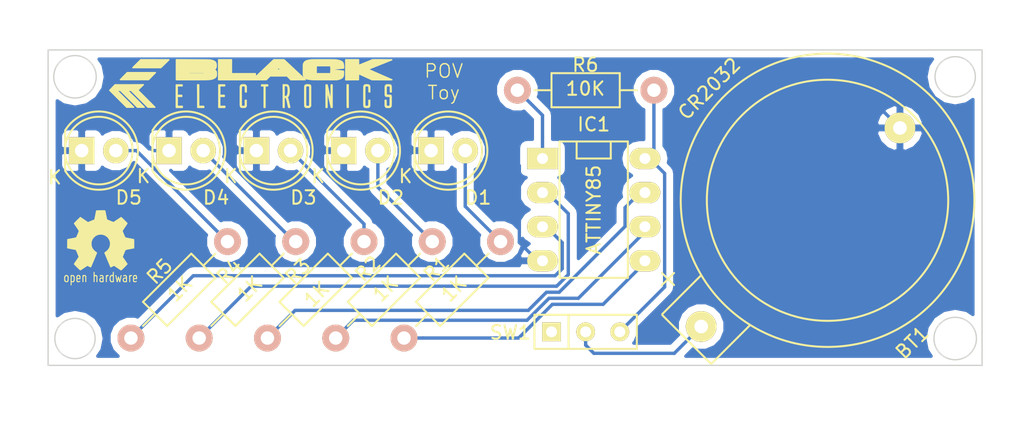
<source format=kicad_pcb>
(kicad_pcb (version 20171130) (host pcbnew "(5.1.12)-1")

  (general
    (thickness 1.6)
    (drawings 9)
    (tracks 91)
    (zones 0)
    (modules 16)
    (nets 16)
  )

  (page A4)
  (layers
    (0 F.Cu signal)
    (31 B.Cu signal)
    (32 B.Adhes user)
    (33 F.Adhes user)
    (34 B.Paste user)
    (35 F.Paste user)
    (36 B.SilkS user)
    (37 F.SilkS user)
    (38 B.Mask user)
    (39 F.Mask user)
    (40 Dwgs.User user)
    (41 Cmts.User user)
    (42 Eco1.User user)
    (43 Eco2.User user)
    (44 Edge.Cuts user)
    (45 Margin user)
    (46 B.CrtYd user)
    (47 F.CrtYd user)
    (48 B.Fab user)
    (49 F.Fab user)
  )

  (setup
    (last_trace_width 0.25)
    (trace_clearance 0.2)
    (zone_clearance 0.508)
    (zone_45_only no)
    (trace_min 0.2)
    (via_size 0.6)
    (via_drill 0.4)
    (via_min_size 0.4)
    (via_min_drill 0.3)
    (uvia_size 0.3)
    (uvia_drill 0.1)
    (uvias_allowed no)
    (uvia_min_size 0.2)
    (uvia_min_drill 0.1)
    (edge_width 0.1)
    (segment_width 0.2)
    (pcb_text_width 0.3)
    (pcb_text_size 1.5 1.5)
    (mod_edge_width 0.15)
    (mod_text_size 1 1)
    (mod_text_width 0.15)
    (pad_size 1.5 1.5)
    (pad_drill 0.6)
    (pad_to_mask_clearance 0)
    (aux_axis_origin 0 0)
    (visible_elements 7FFFFFFF)
    (pcbplotparams
      (layerselection 0x010fc_80000001)
      (usegerberextensions true)
      (usegerberattributes true)
      (usegerberadvancedattributes true)
      (creategerberjobfile true)
      (excludeedgelayer true)
      (linewidth 0.100000)
      (plotframeref false)
      (viasonmask false)
      (mode 1)
      (useauxorigin false)
      (hpglpennumber 1)
      (hpglpenspeed 20)
      (hpglpendiameter 15.000000)
      (psnegative false)
      (psa4output false)
      (plotreference true)
      (plotvalue true)
      (plotinvisibletext false)
      (padsonsilk false)
      (subtractmaskfromsilk false)
      (outputformat 1)
      (mirror false)
      (drillshape 0)
      (scaleselection 1)
      (outputdirectory "Gerbers/"))
  )

  (net 0 "")
  (net 1 GND)
  (net 2 /D0)
  (net 3 /D1)
  (net 4 /D2)
  (net 5 /D3)
  (net 6 /D4)
  (net 7 /~R)
  (net 8 "Net-(IC1-Pad2)")
  (net 9 "Net-(IC1-Pad3)")
  (net 10 /MOSI)
  (net 11 /MISO)
  (net 12 /SCK)
  (net 13 /3V3)
  (net 14 "Net-(SW1-Pad1)")
  (net 15 "Net-(BT1-Pad1)")

  (net_class Default "This is the default net class."
    (clearance 0.2)
    (trace_width 0.25)
    (via_dia 0.6)
    (via_drill 0.4)
    (uvia_dia 0.3)
    (uvia_drill 0.1)
    (add_net /3V3)
    (add_net /D0)
    (add_net /D1)
    (add_net /D2)
    (add_net /D3)
    (add_net /D4)
    (add_net /MISO)
    (add_net /MOSI)
    (add_net /SCK)
    (add_net /~R)
    (add_net GND)
    (add_net "Net-(BT1-Pad1)")
    (add_net "Net-(IC1-Pad2)")
    (add_net "Net-(IC1-Pad3)")
    (add_net "Net-(SW1-Pad1)")
  )

  (module LEDs:LED-5MM (layer F.Cu) (tedit 560CF2E6) (tstamp 560BD7BC)
    (at 154 92.5)
    (descr "LED 5mm round vertical")
    (tags "LED 5mm round vertical")
    (path /560BB104)
    (fp_text reference D1 (at 3.5 3.5) (layer F.SilkS)
      (effects (font (size 1 1) (thickness 0.15)))
    )
    (fp_text value LED (at 1.524 -3.937) (layer F.Fab)
      (effects (font (size 1 1) (thickness 0.15)))
    )
    (fp_circle (center 1.27 0) (end 0.97 -2.5) (layer F.SilkS) (width 0.15))
    (fp_line (start -1.23 1.5) (end -1.23 -1.5) (layer F.SilkS) (width 0.15))
    (fp_line (start -1.5 -1.55) (end -1.5 1.55) (layer F.CrtYd) (width 0.05))
    (fp_arc (start 1.3 0) (end -1.5 1.55) (angle -302) (layer F.CrtYd) (width 0.05))
    (fp_arc (start 1.27 0) (end -1.23 -1.5) (angle 297.5) (layer F.SilkS) (width 0.15))
    (fp_text user K (at -1.905 1.905) (layer F.SilkS)
      (effects (font (size 1 1) (thickness 0.15)))
    )
    (pad 1 thru_hole rect (at 0 0 90) (size 2 1.9) (drill 1.00076) (layers *.Cu *.Mask F.SilkS)
      (net 1 GND))
    (pad 2 thru_hole circle (at 2.54 0) (size 1.9 1.9) (drill 1.00076) (layers *.Cu *.Mask F.SilkS)
      (net 2 /D0))
    (model LEDs.3dshapes/LED-5MM.wrl
      (offset (xyz 1.269999980926514 0 0))
      (scale (xyz 1 1 1))
      (rotate (xyz 0 0 90))
    )
  )

  (module LEDs:LED-5MM (layer F.Cu) (tedit 560CF2E4) (tstamp 560BD7C2)
    (at 147.5 92.5)
    (descr "LED 5mm round vertical")
    (tags "LED 5mm round vertical")
    (path /560BB1FF)
    (fp_text reference D2 (at 3.5 3.5) (layer F.SilkS)
      (effects (font (size 1 1) (thickness 0.15)))
    )
    (fp_text value LED (at 1.524 -3.937) (layer F.Fab)
      (effects (font (size 1 1) (thickness 0.15)))
    )
    (fp_circle (center 1.27 0) (end 0.97 -2.5) (layer F.SilkS) (width 0.15))
    (fp_line (start -1.23 1.5) (end -1.23 -1.5) (layer F.SilkS) (width 0.15))
    (fp_line (start -1.5 -1.55) (end -1.5 1.55) (layer F.CrtYd) (width 0.05))
    (fp_arc (start 1.3 0) (end -1.5 1.55) (angle -302) (layer F.CrtYd) (width 0.05))
    (fp_arc (start 1.27 0) (end -1.23 -1.5) (angle 297.5) (layer F.SilkS) (width 0.15))
    (fp_text user K (at -1.905 1.905) (layer F.SilkS)
      (effects (font (size 1 1) (thickness 0.15)))
    )
    (pad 1 thru_hole rect (at 0 0 90) (size 2 1.9) (drill 1.00076) (layers *.Cu *.Mask F.SilkS)
      (net 1 GND))
    (pad 2 thru_hole circle (at 2.54 0) (size 1.9 1.9) (drill 1.00076) (layers *.Cu *.Mask F.SilkS)
      (net 3 /D1))
    (model LEDs.3dshapes/LED-5MM.wrl
      (offset (xyz 1.269999980926514 0 0))
      (scale (xyz 1 1 1))
      (rotate (xyz 0 0 90))
    )
  )

  (module LEDs:LED-5MM (layer F.Cu) (tedit 560CF2E0) (tstamp 560BD7C8)
    (at 141 92.5)
    (descr "LED 5mm round vertical")
    (tags "LED 5mm round vertical")
    (path /560BB22E)
    (fp_text reference D3 (at 3.5 3.5) (layer F.SilkS)
      (effects (font (size 1 1) (thickness 0.15)))
    )
    (fp_text value LED (at 1.524 -3.937) (layer F.Fab)
      (effects (font (size 1 1) (thickness 0.15)))
    )
    (fp_circle (center 1.27 0) (end 0.97 -2.5) (layer F.SilkS) (width 0.15))
    (fp_line (start -1.23 1.5) (end -1.23 -1.5) (layer F.SilkS) (width 0.15))
    (fp_line (start -1.5 -1.55) (end -1.5 1.55) (layer F.CrtYd) (width 0.05))
    (fp_arc (start 1.3 0) (end -1.5 1.55) (angle -302) (layer F.CrtYd) (width 0.05))
    (fp_arc (start 1.27 0) (end -1.23 -1.5) (angle 297.5) (layer F.SilkS) (width 0.15))
    (fp_text user K (at -1.905 1.905) (layer F.SilkS)
      (effects (font (size 1 1) (thickness 0.15)))
    )
    (pad 1 thru_hole rect (at 0 0 90) (size 2 1.9) (drill 1.00076) (layers *.Cu *.Mask F.SilkS)
      (net 1 GND))
    (pad 2 thru_hole circle (at 2.54 0) (size 1.9 1.9) (drill 1.00076) (layers *.Cu *.Mask F.SilkS)
      (net 4 /D2))
    (model LEDs.3dshapes/LED-5MM.wrl
      (offset (xyz 1.269999980926514 0 0))
      (scale (xyz 1 1 1))
      (rotate (xyz 0 0 90))
    )
  )

  (module LEDs:LED-5MM (layer F.Cu) (tedit 560CF2DE) (tstamp 560BD7CE)
    (at 134.5 92.5)
    (descr "LED 5mm round vertical")
    (tags "LED 5mm round vertical")
    (path /560BB260)
    (fp_text reference D4 (at 3.5 3.5) (layer F.SilkS)
      (effects (font (size 1 1) (thickness 0.15)))
    )
    (fp_text value LED (at 1.524 -3.937) (layer F.Fab)
      (effects (font (size 1 1) (thickness 0.15)))
    )
    (fp_circle (center 1.27 0) (end 0.97 -2.5) (layer F.SilkS) (width 0.15))
    (fp_line (start -1.23 1.5) (end -1.23 -1.5) (layer F.SilkS) (width 0.15))
    (fp_line (start -1.5 -1.55) (end -1.5 1.55) (layer F.CrtYd) (width 0.05))
    (fp_arc (start 1.3 0) (end -1.5 1.55) (angle -302) (layer F.CrtYd) (width 0.05))
    (fp_arc (start 1.27 0) (end -1.23 -1.5) (angle 297.5) (layer F.SilkS) (width 0.15))
    (fp_text user K (at -1.905 1.905) (layer F.SilkS)
      (effects (font (size 1 1) (thickness 0.15)))
    )
    (pad 1 thru_hole rect (at 0 0 90) (size 2 1.9) (drill 1.00076) (layers *.Cu *.Mask F.SilkS)
      (net 1 GND))
    (pad 2 thru_hole circle (at 2.54 0) (size 1.9 1.9) (drill 1.00076) (layers *.Cu *.Mask F.SilkS)
      (net 5 /D3))
    (model LEDs.3dshapes/LED-5MM.wrl
      (offset (xyz 1.269999980926514 0 0))
      (scale (xyz 1 1 1))
      (rotate (xyz 0 0 90))
    )
  )

  (module LEDs:LED-5MM (layer F.Cu) (tedit 560CF2EF) (tstamp 560BD7D4)
    (at 128 92.5)
    (descr "LED 5mm round vertical")
    (tags "LED 5mm round vertical")
    (path /560BB295)
    (fp_text reference D5 (at 3.5 3.5) (layer F.SilkS)
      (effects (font (size 1 1) (thickness 0.15)))
    )
    (fp_text value LED (at 2.5 -4) (layer F.Fab)
      (effects (font (size 1 1) (thickness 0.15)))
    )
    (fp_circle (center 1.27 0) (end 0.97 -2.5) (layer F.SilkS) (width 0.15))
    (fp_line (start -1.23 1.5) (end -1.23 -1.5) (layer F.SilkS) (width 0.15))
    (fp_line (start -1.5 -1.55) (end -1.5 1.55) (layer F.CrtYd) (width 0.05))
    (fp_arc (start 1.3 0) (end -1.5 1.55) (angle -302) (layer F.CrtYd) (width 0.05))
    (fp_arc (start 1.27 0) (end -1.23 -1.5) (angle 297.5) (layer F.SilkS) (width 0.15))
    (fp_text user K (at -2 2) (layer F.SilkS)
      (effects (font (size 1 1) (thickness 0.15)))
    )
    (pad 1 thru_hole rect (at 0 0 90) (size 2 1.9) (drill 1.00076) (layers *.Cu *.Mask F.SilkS)
      (net 1 GND))
    (pad 2 thru_hole circle (at 2.54 0) (size 1.9 1.9) (drill 1.00076) (layers *.Cu *.Mask F.SilkS)
      (net 6 /D4))
    (model LEDs.3dshapes/LED-5MM.wrl
      (offset (xyz 1.269999980926514 0 0))
      (scale (xyz 1 1 1))
      (rotate (xyz 0 0 90))
    )
  )

  (module Sockets_DIP:DIP-8__300_ELL (layer F.Cu) (tedit 581476F8) (tstamp 560BD7E0)
    (at 166.1 96.9 270)
    (descr "8 pins DIL package, elliptical pads")
    (tags DIL)
    (path /560BAE1F)
    (fp_text reference IC1 (at -6.35 0) (layer F.SilkS)
      (effects (font (size 1 1) (thickness 0.15)))
    )
    (fp_text value ATTINY85 (at 0 0 270) (layer F.SilkS)
      (effects (font (size 1 1) (thickness 0.15)))
    )
    (fp_line (start -5.08 2.54) (end -5.08 -2.54) (layer F.SilkS) (width 0.15))
    (fp_line (start 5.08 2.54) (end -5.08 2.54) (layer F.SilkS) (width 0.15))
    (fp_line (start 5.08 -2.54) (end 5.08 2.54) (layer F.SilkS) (width 0.15))
    (fp_line (start -5.08 -2.54) (end 5.08 -2.54) (layer F.SilkS) (width 0.15))
    (fp_line (start -3.81 1.27) (end -5.08 1.27) (layer F.SilkS) (width 0.15))
    (fp_line (start -3.81 -1.27) (end -3.81 1.27) (layer F.SilkS) (width 0.15))
    (fp_line (start -5.08 -1.27) (end -3.81 -1.27) (layer F.SilkS) (width 0.15))
    (pad 1 thru_hole rect (at -3.81 3.81 270) (size 1.5748 2.286) (drill 0.8128) (layers *.Cu *.Mask F.SilkS)
      (net 7 /~R))
    (pad 2 thru_hole oval (at -1.27 3.81 270) (size 1.5748 2.286) (drill 0.8128) (layers *.Cu *.Mask F.SilkS)
      (net 8 "Net-(IC1-Pad2)"))
    (pad 3 thru_hole oval (at 1.27 3.81 270) (size 1.5748 2.286) (drill 0.8128) (layers *.Cu *.Mask F.SilkS)
      (net 9 "Net-(IC1-Pad3)"))
    (pad 4 thru_hole oval (at 3.81 3.81 270) (size 1.5748 2.286) (drill 0.8128) (layers *.Cu *.Mask F.SilkS)
      (net 1 GND))
    (pad 5 thru_hole oval (at 3.81 -3.81 270) (size 1.5748 2.286) (drill 0.8128) (layers *.Cu *.Mask F.SilkS)
      (net 10 /MOSI))
    (pad 6 thru_hole oval (at 1.27 -3.81 270) (size 1.5748 2.286) (drill 0.8128) (layers *.Cu *.Mask F.SilkS)
      (net 11 /MISO))
    (pad 7 thru_hole oval (at -1.27 -3.81 270) (size 1.5748 2.286) (drill 0.8128) (layers *.Cu *.Mask F.SilkS)
      (net 12 /SCK))
    (pad 8 thru_hole oval (at -3.81 -3.81 270) (size 1.5748 2.286) (drill 0.8128) (layers *.Cu *.Mask F.SilkS)
      (net 13 /3V3))
    (model Sockets_DIP.3dshapes/DIP-8__300_ELL.wrl
      (at (xyz 0 0 0))
      (scale (xyz 1 1 1))
      (rotate (xyz 0 0 0))
    )
  )

  (module Resistors_ThroughHole:Resistor_Horizontal_RM10mm (layer F.Cu) (tedit 581476EC) (tstamp 560BD80E)
    (at 165.5 88)
    (descr "Resistor, Axial,  RM 10mm, 1/3W,")
    (tags "Resistor, Axial, RM 10mm, 1/3W,")
    (path /560BB048)
    (fp_text reference R6 (at -0.019 -1.894) (layer F.SilkS)
      (effects (font (size 1 1) (thickness 0.15)))
    )
    (fp_text value 10K (at -0.019 -0.116) (layer F.SilkS)
      (effects (font (size 1 1) (thickness 0.15)))
    )
    (fp_line (start 2.54 0) (end 3.81 0) (layer F.SilkS) (width 0.15))
    (fp_line (start -2.54 0) (end -3.81 0) (layer F.SilkS) (width 0.15))
    (fp_line (start -2.54 1.27) (end -2.54 -1.27) (layer F.SilkS) (width 0.15))
    (fp_line (start 2.54 1.27) (end -2.54 1.27) (layer F.SilkS) (width 0.15))
    (fp_line (start 2.54 -1.27) (end 2.54 1.27) (layer F.SilkS) (width 0.15))
    (fp_line (start -2.54 -1.27) (end 2.54 -1.27) (layer F.SilkS) (width 0.15))
    (pad 1 thru_hole circle (at -5.08 0) (size 1.99898 1.99898) (drill 1.00076) (layers *.Cu *.SilkS *.Mask)
      (net 7 /~R))
    (pad 2 thru_hole circle (at 5.08 0) (size 1.99898 1.99898) (drill 1.00076) (layers *.Cu *.SilkS *.Mask)
      (net 13 /3V3))
    (model Resistors_ThroughHole.3dshapes/Resistor_Horizontal_RM10mm.wrl
      (at (xyz 0 0 0))
      (scale (xyz 0.4 0.4 0.4))
      (rotate (xyz 0 0 0))
    )
  )

  (module Buttons_Switches_ThroughHole:SW_Micro_SPST (layer F.Cu) (tedit 58147610) (tstamp 560BD815)
    (at 165.5 106)
    (tags "Switch Micro SPST")
    (path /560BB533)
    (fp_text reference SW1 (at -5.607 0.045) (layer F.SilkS)
      (effects (font (size 1 1) (thickness 0.15)))
    )
    (fp_text value SPDT (at -6.5 0) (layer F.Fab)
      (effects (font (size 1 1) (thickness 0.15)))
    )
    (fp_line (start -1.27 -1.27) (end -1.27 1.27) (layer F.SilkS) (width 0.15))
    (fp_line (start 3.81 1.27) (end -3.81 1.27) (layer F.SilkS) (width 0.15))
    (fp_line (start 3.81 -1.27) (end 3.81 1.27) (layer F.SilkS) (width 0.15))
    (fp_line (start -3.81 -1.27) (end 3.81 -1.27) (layer F.SilkS) (width 0.15))
    (fp_line (start -3.81 1.27) (end -3.81 -1.27) (layer F.SilkS) (width 0.15))
    (pad 1 thru_hole rect (at -2.54 0) (size 1.397 1.397) (drill 0.8128) (layers *.Cu *.Mask F.SilkS)
      (net 14 "Net-(SW1-Pad1)"))
    (pad 2 thru_hole circle (at 0 0) (size 1.397 1.397) (drill 0.8128) (layers *.Cu *.Mask F.SilkS)
      (net 15 "Net-(BT1-Pad1)"))
    (pad 3 thru_hole circle (at 2.54 0) (size 1.397 1.397) (drill 0.8128) (layers *.Cu *.Mask F.SilkS)
      (net 13 /3V3))
    (model Buttons_Switches_ThroughHole.3dshapes/SW_Micro_SPST.wrl
      (at (xyz 0 0 0))
      (scale (xyz 0.33 0.33 0.33))
      (rotate (xyz 0 0 0))
    )
  )

  (module terminal:CR2032H (layer F.Cu) (tedit 5814743E) (tstamp 58147176)
    (at 183.5 96.2 225)
    (path /560BB5DC)
    (fp_text reference BT1 (at 3.040559 -11.950105 225) (layer F.SilkS)
      (effects (font (size 1 1) (thickness 0.15)))
    )
    (fp_text value CR2032 (at 0.353553 12.091526 225) (layer F.SilkS)
      (effects (font (size 1 1) (thickness 0.15)))
    )
    (fp_circle (center 0 0) (end 6.35 8.89) (layer F.SilkS) (width 0.15))
    (fp_circle (center 0 0) (end -1.27 -8.89) (layer F.SilkS) (width 0.15))
    (fp_line (start 14.745 -2.44) (end 14.745 2.64) (layer F.SilkS) (width 0.15))
    (fp_line (start 11.905 4.245) (end 13.175 4.245) (layer F.SilkS) (width 0.15))
    (fp_line (start 12.54 3.61) (end 12.54 4.88) (layer F.SilkS) (width 0.15))
    (fp_line (start 14.7 2.7) (end 10.6 2.7) (layer F.SilkS) (width 0.15))
    (fp_line (start 14.7 -2.5) (end 10.7 -2.5) (layer F.SilkS) (width 0.15))
    (pad 2 thru_hole circle (at -7.62 0 225) (size 2.286 2.286) (drill 1.016) (layers *.Cu *.Mask F.SilkS)
      (net 1 GND))
    (pad 1 thru_hole circle (at 13.3 0 225) (size 2.286 2.286) (drill 1.016) (layers *.Cu *.Mask F.SilkS)
      (net 15 "Net-(BT1-Pad1)"))
  )

  (module Resistors_ThroughHole:Resistor_Horizontal_RM10mm (layer F.Cu) (tedit 581476DC) (tstamp 5814717B)
    (at 155.575 102.87 45)
    (descr "Resistor, Axial,  RM 10mm, 1/3W,")
    (tags "Resistor, Axial, RM 10mm, 1/3W,")
    (path /560BAEE9)
    (fp_text reference R1 (at 0.279307 -1.941008 45) (layer F.SilkS)
      (effects (font (size 1 1) (thickness 0.15)))
    )
    (fp_text value 1K (at 0.137886 0.038891 45) (layer F.SilkS)
      (effects (font (size 1 1) (thickness 0.15)))
    )
    (fp_line (start 2.54 0) (end 3.81 0) (layer F.SilkS) (width 0.15))
    (fp_line (start -2.54 0) (end -3.81 0) (layer F.SilkS) (width 0.15))
    (fp_line (start -2.54 1.27) (end -2.54 -1.27) (layer F.SilkS) (width 0.15))
    (fp_line (start 2.54 1.27) (end -2.54 1.27) (layer F.SilkS) (width 0.15))
    (fp_line (start 2.54 -1.27) (end 2.54 1.27) (layer F.SilkS) (width 0.15))
    (fp_line (start -2.54 -1.27) (end 2.54 -1.27) (layer F.SilkS) (width 0.15))
    (pad 1 thru_hole circle (at -5.08 0 45) (size 1.99898 1.99898) (drill 1.00076) (layers *.Cu *.SilkS *.Mask)
      (net 10 /MOSI))
    (pad 2 thru_hole circle (at 5.08 0 45) (size 1.99898 1.99898) (drill 1.00076) (layers *.Cu *.SilkS *.Mask)
      (net 2 /D0))
    (model Resistors_ThroughHole.3dshapes/Resistor_Horizontal_RM10mm.wrl
      (at (xyz 0 0 0))
      (scale (xyz 0.4 0.4 0.4))
      (rotate (xyz 0 0 0))
    )
  )

  (module Resistors_ThroughHole:Resistor_Horizontal_RM10mm (layer F.Cu) (tedit 581476D8) (tstamp 58147180)
    (at 150.495 102.87 45)
    (descr "Resistor, Axial,  RM 10mm, 1/3W,")
    (tags "Resistor, Axial, RM 10mm, 1/3W,")
    (path /560BAFBA)
    (fp_text reference R2 (at 0.265165 -1.95515 45) (layer F.SilkS)
      (effects (font (size 1 1) (thickness 0.15)))
    )
    (fp_text value 1K (at 0.123744 0.024749 45) (layer F.SilkS)
      (effects (font (size 1 1) (thickness 0.15)))
    )
    (fp_line (start 2.54 0) (end 3.81 0) (layer F.SilkS) (width 0.15))
    (fp_line (start -2.54 0) (end -3.81 0) (layer F.SilkS) (width 0.15))
    (fp_line (start -2.54 1.27) (end -2.54 -1.27) (layer F.SilkS) (width 0.15))
    (fp_line (start 2.54 1.27) (end -2.54 1.27) (layer F.SilkS) (width 0.15))
    (fp_line (start 2.54 -1.27) (end 2.54 1.27) (layer F.SilkS) (width 0.15))
    (fp_line (start -2.54 -1.27) (end 2.54 -1.27) (layer F.SilkS) (width 0.15))
    (pad 1 thru_hole circle (at -5.08 0 45) (size 1.99898 1.99898) (drill 1.00076) (layers *.Cu *.SilkS *.Mask)
      (net 11 /MISO))
    (pad 2 thru_hole circle (at 5.08 0 45) (size 1.99898 1.99898) (drill 1.00076) (layers *.Cu *.SilkS *.Mask)
      (net 3 /D1))
    (model Resistors_ThroughHole.3dshapes/Resistor_Horizontal_RM10mm.wrl
      (at (xyz 0 0 0))
      (scale (xyz 0.4 0.4 0.4))
      (rotate (xyz 0 0 0))
    )
  )

  (module Resistors_ThroughHole:Resistor_Horizontal_RM10mm (layer F.Cu) (tedit 581476D5) (tstamp 58147185)
    (at 145.415 102.87 45)
    (descr "Resistor, Axial,  RM 10mm, 1/3W,")
    (tags "Resistor, Axial, RM 10mm, 1/3W,")
    (path /560BAFD7)
    (fp_text reference R3 (at 0.038891 -1.898582 45) (layer F.SilkS)
      (effects (font (size 1 1) (thickness 0.15)))
    )
    (fp_text value 1K (at -0.173241 0.293449 45) (layer F.SilkS)
      (effects (font (size 1 1) (thickness 0.15)))
    )
    (fp_line (start 2.54 0) (end 3.81 0) (layer F.SilkS) (width 0.15))
    (fp_line (start -2.54 0) (end -3.81 0) (layer F.SilkS) (width 0.15))
    (fp_line (start -2.54 1.27) (end -2.54 -1.27) (layer F.SilkS) (width 0.15))
    (fp_line (start 2.54 1.27) (end -2.54 1.27) (layer F.SilkS) (width 0.15))
    (fp_line (start 2.54 -1.27) (end 2.54 1.27) (layer F.SilkS) (width 0.15))
    (fp_line (start -2.54 -1.27) (end 2.54 -1.27) (layer F.SilkS) (width 0.15))
    (pad 1 thru_hole circle (at -5.08 0 45) (size 1.99898 1.99898) (drill 1.00076) (layers *.Cu *.SilkS *.Mask)
      (net 12 /SCK))
    (pad 2 thru_hole circle (at 5.08 0 45) (size 1.99898 1.99898) (drill 1.00076) (layers *.Cu *.SilkS *.Mask)
      (net 4 /D2))
    (model Resistors_ThroughHole.3dshapes/Resistor_Horizontal_RM10mm.wrl
      (at (xyz 0 0 0))
      (scale (xyz 0.4 0.4 0.4))
      (rotate (xyz 0 0 0))
    )
  )

  (module Resistors_ThroughHole:Resistor_Horizontal_RM10mm (layer F.Cu) (tedit 581476D2) (tstamp 5814718A)
    (at 140.335 102.87 45)
    (descr "Resistor, Axial,  RM 10mm, 1/3W,")
    (tags "Resistor, Axial, RM 10mm, 1/3W,")
    (path /560BAFFF)
    (fp_text reference R4 (at 0.024749 -1.912724 45) (layer F.SilkS)
      (effects (font (size 1 1) (thickness 0.15)))
    )
    (fp_text value 1K (at 0.16617 0.067175 45) (layer F.SilkS)
      (effects (font (size 1 1) (thickness 0.15)))
    )
    (fp_line (start 2.54 0) (end 3.81 0) (layer F.SilkS) (width 0.15))
    (fp_line (start -2.54 0) (end -3.81 0) (layer F.SilkS) (width 0.15))
    (fp_line (start -2.54 1.27) (end -2.54 -1.27) (layer F.SilkS) (width 0.15))
    (fp_line (start 2.54 1.27) (end -2.54 1.27) (layer F.SilkS) (width 0.15))
    (fp_line (start 2.54 -1.27) (end 2.54 1.27) (layer F.SilkS) (width 0.15))
    (fp_line (start -2.54 -1.27) (end 2.54 -1.27) (layer F.SilkS) (width 0.15))
    (pad 1 thru_hole circle (at -5.08 0 45) (size 1.99898 1.99898) (drill 1.00076) (layers *.Cu *.SilkS *.Mask)
      (net 8 "Net-(IC1-Pad2)"))
    (pad 2 thru_hole circle (at 5.08 0 45) (size 1.99898 1.99898) (drill 1.00076) (layers *.Cu *.SilkS *.Mask)
      (net 5 /D3))
    (model Resistors_ThroughHole.3dshapes/Resistor_Horizontal_RM10mm.wrl
      (at (xyz 0 0 0))
      (scale (xyz 0.4 0.4 0.4))
      (rotate (xyz 0 0 0))
    )
  )

  (module Resistors_ThroughHole:Resistor_Horizontal_RM10mm (layer F.Cu) (tedit 581476CF) (tstamp 5814718F)
    (at 135.255 102.87 45)
    (descr "Resistor, Axial,  RM 10mm, 1/3W,")
    (tags "Resistor, Axial, RM 10mm, 1/3W,")
    (path /560BB022)
    (fp_text reference R5 (at -0.060104 -1.997577 225) (layer F.SilkS)
      (effects (font (size 1 1) (thickness 0.15)))
    )
    (fp_text value 1K (at 0.081317 -0.017678 45) (layer F.SilkS)
      (effects (font (size 1 1) (thickness 0.15)))
    )
    (fp_line (start 2.54 0) (end 3.81 0) (layer F.SilkS) (width 0.15))
    (fp_line (start -2.54 0) (end -3.81 0) (layer F.SilkS) (width 0.15))
    (fp_line (start -2.54 1.27) (end -2.54 -1.27) (layer F.SilkS) (width 0.15))
    (fp_line (start 2.54 1.27) (end -2.54 1.27) (layer F.SilkS) (width 0.15))
    (fp_line (start 2.54 -1.27) (end 2.54 1.27) (layer F.SilkS) (width 0.15))
    (fp_line (start -2.54 -1.27) (end 2.54 -1.27) (layer F.SilkS) (width 0.15))
    (pad 1 thru_hole circle (at -5.08 0 45) (size 1.99898 1.99898) (drill 1.00076) (layers *.Cu *.SilkS *.Mask)
      (net 9 "Net-(IC1-Pad3)"))
    (pad 2 thru_hole circle (at 5.08 0 45) (size 1.99898 1.99898) (drill 1.00076) (layers *.Cu *.SilkS *.Mask)
      (net 6 /D4))
    (model Resistors_ThroughHole.3dshapes/Resistor_Horizontal_RM10mm.wrl
      (at (xyz 0 0 0))
      (scale (xyz 0.4 0.4 0.4))
      (rotate (xyz 0 0 0))
    )
  )

  (module logo:3k5 (layer F.Cu) (tedit 0) (tstamp 581475E6)
    (at 140.589 87.503)
    (path /58147508)
    (fp_text reference P1 (at 0 0) (layer F.SilkS) hide
      (effects (font (size 1.524 1.524) (thickness 0.3)))
    )
    (fp_text value Logo (at 0.75 0) (layer F.SilkS) hide
      (effects (font (size 1.524 1.524) (thickness 0.3)))
    )
    (fp_poly (pts (xy -6.10317 -1.767115) (xy -6.402456 -1.475015) (xy -6.701741 -1.182915) (xy -7.743245 -1.182915)
      (xy -8.784749 -1.182915) (xy -8.49081 -1.476854) (xy -8.196871 -1.770793) (xy -7.150021 -1.768954)
      (xy -6.10317 -1.767115)) (layer F.SilkS) (width 0.1))
    (fp_poly (pts (xy -7.103438 -0.8128) (xy -7.359345 -0.551543) (xy -7.615253 -0.290286) (xy -8.663533 -0.290286)
      (xy -9.711813 -0.290286) (xy -9.456057 -0.551543) (xy -9.2003 -0.8128) (xy -8.151869 -0.8128)
      (xy -7.103438 -0.8128)) (layer F.SilkS) (width 0.1))
    (fp_poly (pts (xy 6.899177 -1.260661) (xy 6.898808 -1.222597) (xy 6.897983 -1.208309) (xy 6.893284 -1.150247)
      (xy 6.428406 -1.111865) (xy 6.347777 -1.105256) (xy 6.271494 -1.099095) (xy 6.200774 -1.093474)
      (xy 6.136835 -1.088487) (xy 6.080894 -1.084226) (xy 6.03417 -1.080782) (xy 5.99788 -1.078249)
      (xy 5.973241 -1.076718) (xy 5.961472 -1.076282) (xy 5.960627 -1.076384) (xy 5.959423 -1.083954)
      (xy 5.957572 -1.103096) (xy 5.95528 -1.130892) (xy 5.952753 -1.164423) (xy 5.950196 -1.200772)
      (xy 5.947815 -1.237021) (xy 5.945815 -1.270251) (xy 5.944402 -1.297546) (xy 5.94379 -1.315358)
      (xy 5.943129 -1.317744) (xy 5.94058 -1.319812) (xy 5.935176 -1.321585) (xy 5.925953 -1.323085)
      (xy 5.911945 -1.324334) (xy 5.892186 -1.325356) (xy 5.86571 -1.326173) (xy 5.831553 -1.326807)
      (xy 5.788749 -1.327282) (xy 5.736332 -1.32762) (xy 5.673336 -1.327844) (xy 5.598797 -1.327977)
      (xy 5.511749 -1.32804) (xy 5.411226 -1.328058) (xy 5.402943 -1.328058) (xy 4.862286 -1.328058)
      (xy 4.862286 -1.030515) (xy 4.862286 -0.732972) (xy 5.401868 -0.732972) (xy 5.941449 -0.732972)
      (xy 5.94611 -0.792843) (xy 5.948078 -0.826061) (xy 5.949644 -0.86757) (xy 5.950607 -0.911148)
      (xy 5.950814 -0.937986) (xy 5.950938 -0.974229) (xy 5.951579 -0.998394) (xy 5.953205 -1.012917)
      (xy 5.956286 -1.020235) (xy 5.961291 -1.022785) (xy 5.967186 -1.023025) (xy 5.980902 -1.022135)
      (xy 6.006896 -1.01978) (xy 6.04368 -1.016127) (xy 6.089763 -1.011347) (xy 6.143659 -1.005607)
      (xy 6.203878 -0.999076) (xy 6.268932 -0.991923) (xy 6.337332 -0.984316) (xy 6.40759 -0.976425)
      (xy 6.478217 -0.968418) (xy 6.547725 -0.960464) (xy 6.614625 -0.952731) (xy 6.677428 -0.945389)
      (xy 6.734647 -0.938605) (xy 6.784792 -0.932549) (xy 6.826375 -0.927389) (xy 6.857907 -0.923294)
      (xy 6.8779 -0.920433) (xy 6.884844 -0.919018) (xy 6.887592 -0.909233) (xy 6.889816 -0.887709)
      (xy 6.891492 -0.857212) (xy 6.892594 -0.82051) (xy 6.893096 -0.78037) (xy 6.892974 -0.739558)
      (xy 6.892201 -0.700842) (xy 6.890753 -0.666987) (xy 6.888603 -0.640761) (xy 6.887475 -0.632627)
      (xy 6.880305 -0.597943) (xy 6.870438 -0.559977) (xy 6.863343 -0.537029) (xy 6.839375 -0.488843)
      (xy 6.801786 -0.444672) (xy 6.750966 -0.404746) (xy 6.687306 -0.369293) (xy 6.611196 -0.338542)
      (xy 6.523026 -0.312722) (xy 6.45573 -0.297973) (xy 6.443651 -0.2957) (xy 6.431712 -0.293672)
      (xy 6.419065 -0.291876) (xy 6.404861 -0.2903) (xy 6.388251 -0.288931) (xy 6.368387 -0.287756)
      (xy 6.344421 -0.286764) (xy 6.315503 -0.285941) (xy 6.280784 -0.285275) (xy 6.239417 -0.284753)
      (xy 6.190552 -0.284364) (xy 6.13334 -0.284094) (xy 6.066934 -0.283931) (xy 5.990484 -0.283862)
      (xy 5.903142 -0.283876) (xy 5.804058 -0.283958) (xy 5.692385 -0.284098) (xy 5.567274 -0.284282)
      (xy 5.531389 -0.284337) (xy 5.420997 -0.284525) (xy 5.314185 -0.284742) (xy 5.211904 -0.284984)
      (xy 5.115107 -0.285247) (xy 5.024744 -0.285527) (xy 4.941767 -0.285821) (xy 4.867127 -0.286125)
      (xy 4.801777 -0.286434) (xy 4.746666 -0.286747) (xy 4.702748 -0.287058) (xy 4.670973 -0.287364)
      (xy 4.652293 -0.287661) (xy 4.6482 -0.287803) (xy 4.526165 -0.296402) (xy 4.417173 -0.306896)
      (xy 4.321469 -0.319244) (xy 4.239299 -0.333407) (xy 4.170907 -0.349344) (xy 4.11654 -0.367017)
      (xy 4.090473 -0.378578) (xy 4.037141 -0.413306) (xy 3.989902 -0.459247) (xy 3.951071 -0.5136)
      (xy 3.922965 -0.573565) (xy 3.91875 -0.586256) (xy 3.915552 -0.597272) (xy 3.912863 -0.608731)
      (xy 3.910642 -0.62194) (xy 3.908842 -0.638209) (xy 3.907421 -0.658845) (xy 3.906333 -0.685157)
      (xy 3.905535 -0.718452) (xy 3.904983 -0.760039) (xy 3.904632 -0.811226) (xy 3.904438 -0.87332)
      (xy 3.904357 -0.947631) (xy 3.904343 -1.012779) (xy 3.90451 -1.112497) (xy 3.905008 -1.199331)
      (xy 3.905831 -1.273011) (xy 3.906974 -1.333268) (xy 3.908432 -1.379831) (xy 3.910201 -1.412431)
      (xy 3.912274 -1.430797) (xy 3.912338 -1.431115) (xy 3.93182 -1.491831) (xy 3.963804 -1.550576)
      (xy 4.006358 -1.603862) (xy 4.010365 -1.607992) (xy 4.0418 -1.636705) (xy 4.076196 -1.661301)
      (xy 4.11521 -1.682352) (xy 4.160499 -1.700426) (xy 4.213721 -1.716094) (xy 4.276533 -1.729926)
      (xy 4.350592 -1.742492) (xy 4.434815 -1.754021) (xy 4.451652 -1.756018) (xy 4.46911 -1.757802)
      (xy 4.488057 -1.759386) (xy 4.509358 -1.760781) (xy 4.533881 -1.762) (xy 4.562491 -1.763053)
      (xy 4.596056 -1.763953) (xy 4.635442 -1.764712) (xy 4.681515 -1.765341) (xy 4.735142 -1.765852)
      (xy 4.79719 -1.766257) (xy 4.868524 -1.766568) (xy 4.950012 -1.766795) (xy 5.04252 -1.766952)
      (xy 5.146915 -1.76705) (xy 5.264062 -1.7671) (xy 5.394829 -1.767115) (xy 5.399315 -1.767115)
      (xy 5.533074 -1.767112) (xy 5.65321 -1.767083) (xy 5.760613 -1.766998) (xy 5.856176 -1.766826)
      (xy 5.940789 -1.766537) (xy 6.015344 -1.7661) (xy 6.08073 -1.765485) (xy 6.137841 -1.764662)
      (xy 6.187565 -1.763599) (xy 6.230796 -1.762267) (xy 6.268423 -1.760634) (xy 6.301338 -1.758672)
      (xy 6.330433 -1.756348) (xy 6.356597 -1.753633) (xy 6.380723 -1.750496) (xy 6.403701 -1.746906)
      (xy 6.426422 -1.742834) (xy 6.449779 -1.738249) (xy 6.47466 -1.73312) (xy 6.490453 -1.729819)
      (xy 6.57234 -1.710132) (xy 6.644298 -1.687022) (xy 6.710783 -1.659006) (xy 6.727665 -1.650763)
      (xy 6.773034 -1.623448) (xy 6.810054 -1.590458) (xy 6.839572 -1.550234) (xy 6.862435 -1.501218)
      (xy 6.87949 -1.441852) (xy 6.891582 -1.370576) (xy 6.894732 -1.343176) (xy 6.897764 -1.303124)
      (xy 6.899177 -1.260661)) (layer F.SilkS) (width 0.1))
    (fp_poly (pts (xy 4.047059 -0.286658) (xy 3.50943 -0.284525) (xy 2.9718 -0.282391) (xy 2.832864 -0.424225)
      (xy 2.693927 -0.566058) (xy 2.244306 -0.566058) (xy 2.244306 -1.001486) (xy 2.212973 -1.035958)
      (xy 2.194609 -1.055975) (xy 2.169979 -1.082569) (xy 2.142778 -1.111759) (xy 2.124368 -1.131412)
      (xy 2.067095 -1.192395) (xy 1.976976 -1.102492) (xy 1.947741 -1.073025) (xy 1.922463 -1.046972)
      (xy 1.902804 -1.02609) (xy 1.890422 -1.012137) (xy 1.886858 -1.007038) (xy 1.893788 -1.00551)
      (xy 1.913275 -1.004142) (xy 1.94336 -1.002996) (xy 1.982086 -1.002133) (xy 2.027495 -1.001614)
      (xy 2.065582 -1.001486) (xy 2.244306 -1.001486) (xy 2.244306 -0.566058) (xy 2.059908 -0.566058)
      (xy 1.425889 -0.566058) (xy 1.284515 -0.424543) (xy 1.14314 -0.283029) (xy -0.629487 -0.283029)
      (xy -2.402114 -0.283029) (xy -2.402114 -1.026886) (xy -2.402114 -1.770743) (xy -1.922667 -1.770743)
      (xy -1.44322 -1.770743) (xy -1.44551 -1.251855) (xy -1.4478 -0.732967) (xy -0.556985 -0.73297)
      (xy 0.333829 -0.732972) (xy 0.333829 -0.605972) (xy 0.334123 -0.564863) (xy 0.33494 -0.529306)
      (xy 0.33618 -0.50162) (xy 0.337743 -0.484128) (xy 0.339272 -0.479008) (xy 0.345103 -0.48392)
      (xy 0.360816 -0.498254) (xy 0.385787 -0.521419) (xy 0.419389 -0.552824) (xy 0.460997 -0.591881)
      (xy 0.509985 -0.637997) (xy 0.565728 -0.690584) (xy 0.6276 -0.74905) (xy 0.694975 -0.812805)
      (xy 0.767228 -0.881259) (xy 0.843733 -0.953822) (xy 0.923865 -1.029904) (xy 1.006997 -1.108913)
      (xy 1.023258 -1.124377) (xy 1.7018 -1.769709) (xy 2.083935 -1.770226) (xy 2.46607 -1.770743)
      (xy 3.256564 -1.028701) (xy 4.047059 -0.286658)) (layer F.SilkS) (width 0.1))
    (fp_poly (pts (xy -2.565466 -0.718458) (xy -2.565502 -0.669684) (xy -2.56584 -0.632971) (xy -2.566748 -0.605864)
      (xy -2.568492 -0.585908) (xy -2.57134 -0.57065) (xy -2.575558 -0.557635) (xy -2.581415 -0.544409)
      (xy -2.585276 -0.536471) (xy -2.618917 -0.484394) (xy -2.665665 -0.438353) (xy -2.725398 -0.398411)
      (xy -2.797995 -0.36463) (xy -2.883334 -0.337072) (xy -2.981294 -0.315801) (xy -3.028429 -0.30844)
      (xy -3.053139 -0.305175) (xy -3.078807 -0.302199) (xy -3.106165 -0.299499) (xy -3.13595 -0.297062)
      (xy -3.168896 -0.294875) (xy -3.205739 -0.292925) (xy -3.247213 -0.291198) (xy -3.294055 -0.289682)
      (xy -3.346998 -0.288363) (xy -3.406778 -0.287228) (xy -3.47413 -0.286265) (xy -3.476171 -0.286244)
      (xy -3.476171 -0.725715) (xy -3.476171 -0.780143) (xy -3.476171 -0.834572) (xy -3.4798 -0.834572)
      (xy -3.4798 -1.251858) (xy -3.4798 -1.299029) (xy -3.4798 -1.3462) (xy -4.040414 -1.34806)
      (xy -4.601028 -1.349919) (xy -4.601028 -1.299029) (xy -4.601028 -1.24814) (xy -4.040414 -1.249999)
      (xy -3.4798 -1.251858) (xy -3.4798 -0.834572) (xy -4.034971 -0.834572) (xy -4.593771 -0.834572)
      (xy -4.593771 -0.780143) (xy -4.593771 -0.725715) (xy -4.034971 -0.725715) (xy -3.476171 -0.725715)
      (xy -3.476171 -0.286244) (xy -3.549789 -0.285459) (xy -3.63449 -0.284799) (xy -3.728969 -0.28427)
      (xy -3.83396 -0.28386) (xy -3.950198 -0.283555) (xy -4.078419 -0.283343) (xy -4.219357 -0.28321)
      (xy -4.373748 -0.283143) (xy -4.446814 -0.283132) (xy -5.544457 -0.283029) (xy -5.544457 -1.026886)
      (xy -5.544457 -1.770743) (xy -5.248728 -1.77027) (xy -5.203492 -1.77016) (xy -5.14499 -1.769958)
      (xy -5.074468 -1.76967) (xy -4.993174 -1.769302) (xy -4.902355 -1.768862) (xy -4.803258 -1.768356)
      (xy -4.69713 -1.76779) (xy -4.58522 -1.767172) (xy -4.468773 -1.766507) (xy -4.349037 -1.765803)
      (xy -4.227261 -1.765065) (xy -4.104689 -1.764302) (xy -4.009571 -1.763694) (xy -3.873055 -1.762805)
      (xy -3.750247 -1.761985) (xy -3.640343 -1.761217) (xy -3.542537 -1.760485) (xy -3.456024 -1.759772)
      (xy -3.379999 -1.759061) (xy -3.313656 -1.758336) (xy -3.256191 -1.75758) (xy -3.206797 -1.756776)
      (xy -3.16467 -1.755907) (xy -3.129005 -1.754957) (xy -3.098995 -1.753909) (xy -3.073837 -1.752746)
      (xy -3.052724 -1.751452) (xy -3.034851 -1.750009) (xy -3.019414 -1.748402) (xy -3.005607 -1.746614)
      (xy -2.992624 -1.744627) (xy -2.97966 -1.742426) (xy -2.979057 -1.74232) (xy -2.887224 -1.722714)
      (xy -2.808613 -1.698242) (xy -2.742644 -1.668529) (xy -2.688738 -1.633201) (xy -2.646316 -1.591884)
      (xy -2.614796 -1.544206) (xy -2.59496 -1.4945) (xy -2.58448 -1.445969) (xy -2.578958 -1.390599)
      (xy -2.578229 -1.332239) (xy -2.582126 -1.27474) (xy -2.590482 -1.221949) (xy -2.60313 -1.177716)
      (xy -2.609301 -1.163389) (xy -2.623469 -1.139249) (xy -2.642964 -1.115377) (xy -2.670078 -1.089357)
      (xy -2.707107 -1.058776) (xy -2.713289 -1.053933) (xy -2.730551 -1.040482) (xy -2.693888 -1.016955)
      (xy -2.651589 -0.98438) (xy -2.614534 -0.945484) (xy -2.586653 -0.904558) (xy -2.581443 -0.894223)
      (xy -2.575905 -0.881281) (xy -2.571817 -0.868129) (xy -2.568961 -0.852357) (xy -2.567116 -0.831556)
      (xy -2.566065 -0.803318) (xy -2.565587 -0.765234) (xy -2.565466 -0.718458)) (layer F.SilkS) (width 0.1))
    (fp_poly (pts (xy 10.4902 -0.282184) (xy 10.485364 -0.281215) (xy 10.466675 -0.280393) (xy 10.434795 -0.279718)
      (xy 10.390383 -0.279192) (xy 10.334101 -0.278818) (xy 10.26661 -0.278598) (xy 10.18857 -0.278532)
      (xy 10.100643 -0.278625) (xy 10.003489 -0.278876) (xy 9.89777 -0.279289) (xy 9.784145 -0.279865)
      (xy 9.757229 -0.280019) (xy 9.009743 -0.28439) (xy 8.512629 -0.511832) (xy 8.015515 -0.739275)
      (xy 8.010929 -0.643595) (xy 8.009296 -0.602472) (xy 8.007806 -0.551929) (xy 8.00658 -0.497058)
      (xy 8.005739 -0.442952) (xy 8.005486 -0.415472) (xy 8.004629 -0.283029) (xy 7.740924 -0.283029)
      (xy 7.668172 -0.282876) (xy 7.589299 -0.282441) (xy 7.508153 -0.281765) (xy 7.428586 -0.280886)
      (xy 7.354445 -0.279843) (xy 7.28958 -0.278676) (xy 7.26921 -0.278232) (xy 7.0612 -0.273435)
      (xy 7.0612 -1.022089) (xy 7.0612 -1.770743) (xy 7.536543 -1.770743) (xy 8.011886 -1.770743)
      (xy 8.011886 -1.559797) (xy 8.011909 -1.499037) (xy 8.012051 -1.451271) (xy 8.01242 -1.414982)
      (xy 8.013126 -1.388651) (xy 8.014278 -1.370757) (xy 8.015984 -1.359783) (xy 8.018353 -1.354209)
      (xy 8.021494 -1.352516) (xy 8.025517 -1.353186) (xy 8.026675 -1.353545) (xy 8.035642 -1.356987)
      (xy 8.056969 -1.365481) (xy 8.089577 -1.37859) (xy 8.132389 -1.395877) (xy 8.184328 -1.416905)
      (xy 8.244317 -1.441239) (xy 8.311277 -1.468441) (xy 8.384132 -1.498074) (xy 8.461804 -1.529702)
      (xy 8.543215 -1.562889) (xy 8.54723 -1.564526) (xy 9.052995 -1.770813) (xy 9.770015 -1.768964)
      (xy 10.487035 -1.767115) (xy 9.601626 -1.415312) (xy 9.493595 -1.372333) (xy 9.389421 -1.330783)
      (xy 9.289887 -1.29098) (xy 9.195777 -1.25324) (xy 9.107872 -1.217882) (xy 9.026955 -1.185222)
      (xy 8.953808 -1.155578) (xy 8.889215 -1.129267) (xy 8.833958 -1.106607) (xy 8.788818 -1.087914)
      (xy 8.75458 -1.073508) (xy 8.732025 -1.063704) (xy 8.721936 -1.05882) (xy 8.721466 -1.058349)
      (xy 8.728638 -1.054865) (xy 8.748329 -1.04592) (xy 8.779758 -1.03186) (xy 8.822141 -1.013029)
      (xy 8.874695 -0.989772) (xy 8.936638 -0.962434) (xy 9.007187 -0.931359) (xy 9.085558 -0.896893)
      (xy 9.17097 -0.859379) (xy 9.262639 -0.819163) (xy 9.359782 -0.77659) (xy 9.461616 -0.732003)
      (xy 9.567359 -0.685749) (xy 9.6012 -0.670955) (xy 9.708188 -0.624189) (xy 9.811638 -0.578968)
      (xy 9.910755 -0.535637) (xy 10.004746 -0.494545) (xy 10.092819 -0.456037) (xy 10.174178 -0.420462)
      (xy 10.248031 -0.388165) (xy 10.313583 -0.359495) (xy 10.370042 -0.334799) (xy 10.416614 -0.314422)
      (xy 10.452504 -0.298713) (xy 10.47692 -0.288019) (xy 10.489068 -0.282686) (xy 10.4902 -0.282184)) (layer F.SilkS) (width 0.1))
    (fp_poly (pts (xy -7.144688 1.763485) (xy -7.402317 1.763485) (xy -7.659945 1.763485) (xy -8.287657 1.135742)
      (xy -8.915368 0.508) (xy -9.053254 0.508) (xy -9.19114 0.508) (xy -8.563428 1.135742)
      (xy -7.935717 1.763485) (xy -8.189701 1.76338) (xy -8.443685 1.763275) (xy -9.076237 1.135637)
      (xy -9.708789 0.508) (xy -9.84148 0.508) (xy -9.97417 0.508) (xy -9.887784 0.5969)
      (xy -9.870591 0.614457) (xy -9.843968 0.641461) (xy -9.808735 0.677084) (xy -9.765715 0.720498)
      (xy -9.71573 0.770877) (xy -9.659602 0.827393) (xy -9.598153 0.889218) (xy -9.532204 0.955525)
      (xy -9.462577 1.025488) (xy -9.390095 1.098278) (xy -9.315579 1.173068) (xy -9.26417 1.224642)
      (xy -8.726942 1.763485) (xy -8.984472 1.763485) (xy -9.242002 1.763485) (xy -9.872352 1.133104)
      (xy -10.502702 0.502723) (xy -10.3043 0.298533) (xy -10.105898 0.094342) (xy -9.093363 0.094279)
      (xy -8.972577 0.094241) (xy -8.855334 0.094144) (xy -8.742501 0.093992) (xy -8.634943 0.093788)
      (xy -8.533527 0.093536) (xy -8.439119 0.093241) (xy -8.352586 0.092904) (xy -8.274794 0.09253)
      (xy -8.20661 0.092123) (xy -8.148899 0.091686) (xy -8.102528 0.091222) (xy -8.068364 0.090736)
      (xy -8.047272 0.090231) (xy -8.040914 0.089887) (xy -8.001 0.085558) (xy -8.207828 0.288936)
      (xy -8.414657 0.492314) (xy -7.779672 1.1279) (xy -7.144688 1.763485)) (layer F.SilkS) (width 0.1))
    (fp_poly (pts (xy 10.443824 0.624114) (xy 10.410769 0.624114) (xy 10.377715 0.624114) (xy 10.377674 0.440871)
      (xy 10.377382 0.389242) (xy 10.376581 0.341137) (xy 10.375352 0.298872) (xy 10.373775 0.264763)
      (xy 10.371931 0.241124) (xy 10.370428 0.231689) (xy 10.36007 0.208593) (xy 10.345004 0.188638)
      (xy 10.344489 0.188146) (xy 10.336304 0.181119) (xy 10.327496 0.176262) (xy 10.315363 0.173176)
      (xy 10.297205 0.171461) (xy 10.270318 0.170716) (xy 10.232002 0.170544) (xy 10.225507 0.170542)
      (xy 10.180997 0.170891) (xy 10.148507 0.17264) (xy 10.125544 0.176847) (xy 10.109618 0.184568)
      (xy 10.098238 0.196859) (xy 10.088912 0.214778) (xy 10.082247 0.231303) (xy 10.078845 0.241324)
      (xy 10.076089 0.253004) (xy 10.073912 0.267892) (xy 10.072248 0.287541) (xy 10.07103 0.313499)
      (xy 10.070192 0.347318) (xy 10.069667 0.390549) (xy 10.069388 0.444742) (xy 10.06929 0.511448)
      (xy 10.069286 0.5334) (xy 10.069371 0.608184) (xy 10.069724 0.669834) (xy 10.070498 0.719729)
      (xy 10.071841 0.759249) (xy 10.073906 0.789773) (xy 10.076841 0.812681) (xy 10.080799 0.829352)
      (xy 10.085929 0.841165) (xy 10.092382 0.849501) (xy 10.100308 0.855739) (xy 10.104753 0.858434)
      (xy 10.118683 0.862134) (xy 10.146323 0.86538) (xy 10.186875 0.86811) (xy 10.23954 0.87026)
      (xy 10.260431 0.870857) (xy 10.400776 0.874485) (xy 10.417809 0.894306) (xy 10.429973 0.91465)
      (xy 10.438439 0.939802) (xy 10.439409 0.945106) (xy 10.440285 0.958547) (xy 10.441004 0.984918)
      (xy 10.441559 1.022635) (xy 10.441938 1.070115) (xy 10.442135 1.125774) (xy 10.442138 1.18803)
      (xy 10.44194 1.255298) (xy 10.441568 1.3208) (xy 10.440959 1.401594) (xy 10.440324 1.469167)
      (xy 10.439613 1.524809) (xy 10.438774 1.569813) (xy 10.437756 1.605469) (xy 10.436507 1.633072)
      (xy 10.434977 1.653911) (xy 10.433114 1.669279) (xy 10.430867 1.680469) (xy 10.428184 1.688771)
      (xy 10.426849 1.691852) (xy 10.404309 1.729493) (xy 10.377523 1.756511) (xy 10.350034 1.77049)
      (xy 10.328976 1.7741) (xy 10.298038 1.776586) (xy 10.260358 1.777987) (xy 10.219073 1.778343)
      (xy 10.17732 1.777694) (xy 10.138237 1.776081) (xy 10.10496 1.773543) (xy 10.080627 1.77012)
      (xy 10.069973 1.766915) (xy 10.05263 1.756075) (xy 10.038288 1.741836) (xy 10.02362 1.720407)
      (xy 10.01288 1.7018) (xy 10.008213 1.692851) (xy 10.004515 1.683488) (xy 10.001651 1.671939)
      (xy 9.999485 1.656431) (xy 9.997881 1.635193) (xy 9.996704 1.606451) (xy 9.995818 1.568435)
      (xy 9.995087 1.519372) (xy 9.994409 1.4605) (xy 9.992103 1.248228) (xy 10.024637 1.248228)
      (xy 10.057172 1.248228) (xy 10.0596 1.442357) (xy 10.0604 1.500966) (xy 10.061255 1.546904)
      (xy 10.062311 1.582017) (xy 10.063714 1.608148) (xy 10.06561 1.627141) (xy 10.068144 1.640839)
      (xy 10.071461 1.651088) (xy 10.075709 1.65973) (xy 10.07694 1.661869) (xy 10.08933 1.679664)
      (xy 10.103853 1.691917) (xy 10.123365 1.699608) (xy 10.150719 1.703715) (xy 10.188768 1.705219)
      (xy 10.203543 1.70531) (xy 10.249324 1.7041) (xy 10.283505 1.699607) (xy 10.308833 1.690734)
      (xy 10.328058 1.676382) (xy 10.343928 1.655456) (xy 10.348647 1.647371) (xy 10.366829 1.614714)
      (xy 10.366829 1.316636) (xy 10.366829 1.018559) (xy 10.348686 0.991993) (xy 10.335713 0.974971)
      (xy 10.324707 0.963814) (xy 10.321897 0.962075) (xy 10.312122 0.960709) (xy 10.290363 0.958993)
      (xy 10.259142 0.957087) (xy 10.220981 0.955144) (xy 10.185052 0.953586) (xy 10.144818 0.95215)
      (xy 10.110749 0.950573) (xy 10.082332 0.947726) (xy 10.059058 0.942477) (xy 10.040415 0.933697)
      (xy 10.025893 0.920255) (xy 10.014979 0.901021) (xy 10.007163 0.874864) (xy 10.001933 0.840653)
      (xy 9.998779 0.797259) (xy 9.99719 0.74355) (xy 9.996654 0.678397) (xy 9.996661 0.600669)
      (xy 9.996715 0.537028) (xy 9.996763 0.460915) (xy 9.996945 0.397878) (xy 9.997314 0.346476)
      (xy 9.997924 0.30527) (xy 9.998828 0.272822) (xy 10.00008 0.247692) (xy 10.001734 0.228441)
      (xy 10.003844 0.213629) (xy 10.006463 0.201818) (xy 10.009605 0.191683) (xy 10.025625 0.158363)
      (xy 10.047469 0.12984) (xy 10.071952 0.109771) (xy 10.086577 0.103311) (xy 10.099837 0.101578)
      (xy 10.124856 0.10008) (xy 10.158878 0.098916) (xy 10.199148 0.098182) (xy 10.2362 0.097971)
      (xy 10.28803 0.098219) (xy 10.327515 0.09943) (xy 10.356822 0.102307) (xy 10.378119 0.107554)
      (xy 10.393573 0.115872) (xy 10.405352 0.127965) (xy 10.415622 0.144534) (xy 10.422715 0.158443)
      (xy 10.427494 0.168667) (xy 10.431286 0.178943) (xy 10.434225 0.191058) (xy 10.436449 0.206805)
      (xy 10.438091 0.227971) (xy 10.439287 0.256346) (xy 10.440173 0.29372) (xy 10.440884 0.341882)
      (xy 10.441555 0.402621) (xy 10.441612 0.408214) (xy 10.443824 0.624114)) (layer F.SilkS) (width 0.1))
    (fp_poly (pts (xy 8.850086 0.62412) (xy 8.82033 0.624117) (xy 8.790574 0.624114) (xy 8.785463 0.429985)
      (xy 8.783757 0.369815) (xy 8.782078 0.322377) (xy 8.78028 0.285893) (xy 8.77822 0.258583)
      (xy 8.775751 0.238665) (xy 8.772729 0.224361) (xy 8.76901 0.21389) (xy 8.767642 0.211047)
      (xy 8.755693 0.193686) (xy 8.738947 0.18126) (xy 8.715289 0.173187) (xy 8.682604 0.168887)
      (xy 8.638776 0.167779) (xy 8.611716 0.168249) (xy 8.57516 0.169358) (xy 8.5502 0.170783)
      (xy 8.533923 0.173181) (xy 8.523415 0.177206) (xy 8.515763 0.183514) (xy 8.509214 0.191302)
      (xy 8.495614 0.213037) (xy 8.485011 0.237694) (xy 8.484513 0.239302) (xy 8.482974 0.249657)
      (xy 8.481611 0.270159) (xy 8.480418 0.301258) (xy 8.479388 0.343405) (xy 8.478518 0.39705)
      (xy 8.477802 0.462644) (xy 8.477235 0.540637) (xy 8.476811 0.631479) (xy 8.476526 0.735621)
      (xy 8.476374 0.853514) (xy 8.476343 0.943793) (xy 8.476349 1.058167) (xy 8.476378 1.158934)
      (xy 8.47645 1.247001) (xy 8.476584 1.323276) (xy 8.476799 1.388666) (xy 8.477114 1.444079)
      (xy 8.477547 1.490421) (xy 8.478119 1.528601) (xy 8.478847 1.559526) (xy 8.479752 1.584102)
      (xy 8.480852 1.603238) (xy 8.482165 1.61784) (xy 8.483712 1.628817) (xy 8.485511 1.637075)
      (xy 8.487581 1.643521) (xy 8.489941 1.649064) (xy 8.491187 1.651681) (xy 8.504793 1.673129)
      (xy 8.523105 1.688355) (xy 8.548456 1.698231) (xy 8.583178 1.703627) (xy 8.629601 1.705414)
      (xy 8.635064 1.705428) (xy 8.67916 1.70448) (xy 8.711351 1.701088) (xy 8.734158 1.694427)
      (xy 8.7501 1.683674) (xy 8.761698 1.668004) (xy 8.764228 1.663194) (xy 8.768297 1.653599)
      (xy 8.771507 1.641848) (xy 8.773988 1.626102) (xy 8.775869 1.60452) (xy 8.777279 1.575264)
      (xy 8.778348 1.536493) (xy 8.779205 1.486368) (xy 8.779762 1.442357) (xy 8.782009 1.248228)
      (xy 8.814233 1.248228) (xy 8.846458 1.248228) (xy 8.84628 1.442357) (xy 8.845995 1.5097)
      (xy 8.845138 1.564268) (xy 8.843503 1.607796) (xy 8.840883 1.642019) (xy 8.837073 1.668671)
      (xy 8.831865 1.689486) (xy 8.825053 1.706201) (xy 8.81643 1.72055) (xy 8.812548 1.725858)
      (xy 8.797855 1.743852) (xy 8.783511 1.757163) (xy 8.767055 1.766487) (xy 8.746028 1.772519)
      (xy 8.717969 1.775954) (xy 8.680419 1.777488) (xy 8.630917 1.777815) (xy 8.628743 1.777813)
      (xy 8.581974 1.77752) (xy 8.547113 1.776604) (xy 8.521558 1.774828) (xy 8.502709 1.77196)
      (xy 8.487965 1.767763) (xy 8.479668 1.764357) (xy 8.458029 1.751345) (xy 8.440561 1.735497)
      (xy 8.437439 1.731351) (xy 8.432019 1.722999) (xy 8.427217 1.714879) (xy 8.422996 1.706106)
      (xy 8.419318 1.695794) (xy 8.416146 1.683057) (xy 8.413442 1.667009) (xy 8.411169 1.646765)
      (xy 8.409289 1.621439) (xy 8.407764 1.590145) (xy 8.406558 1.551998) (xy 8.405632 1.506111)
      (xy 8.404948 1.451599) (xy 8.40447 1.387576) (xy 8.40416 1.313156) (xy 8.40398 1.227454)
      (xy 8.403892 1.129584) (xy 8.40386 1.018659) (xy 8.40385 0.939302) (xy 8.403833 0.818684)
      (xy 8.403841 0.711703) (xy 8.403922 0.61748) (xy 8.404123 0.535138) (xy 8.40449 0.463798)
      (xy 8.405071 0.402584) (xy 8.405912 0.350617) (xy 8.407062 0.307019) (xy 8.408567 0.270913)
      (xy 8.410473 0.24142) (xy 8.412829 0.217663) (xy 8.415681 0.198764) (xy 8.419077 0.183845)
      (xy 8.423062 0.172028) (xy 8.427686 0.162436) (xy 8.432993 0.15419) (xy 8.439033 0.146413)
      (xy 8.445851 0.138227) (xy 8.446877 0.13699) (xy 8.462637 0.121305) (xy 8.481748 0.109812)
      (xy 8.506547 0.101943) (xy 8.539367 0.097135) (xy 8.582546 0.094821) (xy 8.622885 0.094383)
      (xy 8.679751 0.095729) (xy 8.724405 0.100278) (xy 8.758958 0.108887) (xy 8.785523 0.122409)
      (xy 8.80621 0.141701) (xy 8.823131 0.167617) (xy 8.828122 0.177505) (xy 8.833255 0.188675)
      (xy 8.837299 0.199521) (xy 8.840404 0.211914) (xy 8.842726 0.227723) (xy 8.844416 0.248818)
      (xy 8.845627 0.277068) (xy 8.846512 0.314343) (xy 8.847225 0.362513) (xy 8.847869 0.419103)
      (xy 8.850086 0.62412)) (layer F.SilkS) (width 0.1))
    (fp_poly (pts (xy 7.242629 1.778) (xy 7.207518 1.778) (xy 7.172406 1.778) (xy 7.167615 1.533071)
      (xy 7.166844 1.485874) (xy 7.166111 1.425908) (xy 7.165426 1.354914) (xy 7.164799 1.274638)
      (xy 7.16424 1.186824) (xy 7.163758 1.093215) (xy 7.163365 0.995555) (xy 7.16307 0.895588)
      (xy 7.162882 0.795058) (xy 7.162812 0.695709) (xy 7.162812 0.691242) (xy 7.1628 0.094342)
      (xy 7.202715 0.094342) (xy 7.242629 0.094342) (xy 7.242629 0.936171) (xy 7.242629 1.778)) (layer F.SilkS) (width 0.1))
    (fp_poly (pts (xy 6.0452 1.778) (xy 6.014053 1.778) (xy 5.982905 1.778) (xy 5.832316 1.123042)
      (xy 5.810369 1.027731) (xy 5.789245 0.936278) (xy 5.769184 0.849696) (xy 5.750422 0.769)
      (xy 5.733198 0.695203) (xy 5.717749 0.629319) (xy 5.704312 0.57236) (xy 5.693127 0.525342)
      (xy 5.68443 0.489277) (xy 5.678459 0.465179) (xy 5.675452 0.454061) (xy 5.675269 0.453571)
      (xy 5.674217 0.458283) (xy 5.673227 0.476799) (xy 5.672305 0.508411) (xy 5.671459 0.552407)
      (xy 5.670696 0.608079) (xy 5.670025 0.674717) (xy 5.669452 0.75161) (xy 5.668986 0.83805)
      (xy 5.668633 0.933327) (xy 5.668402 1.036731) (xy 5.66832 1.108528) (xy 5.667829 1.778)
      (xy 5.631543 1.778) (xy 5.595258 1.778) (xy 5.595258 0.9398) (xy 5.595258 0.1016)
      (xy 5.633904 0.1016) (xy 5.67255 0.1016) (xy 5.815651 0.7239) (xy 5.837044 0.81678)
      (xy 5.857613 0.90579) (xy 5.877113 0.989889) (xy 5.8953 1.068034) (xy 5.91193 1.139185)
      (xy 5.926757 1.202299) (xy 5.939538 1.256336) (xy 5.950027 1.300254) (xy 5.95798 1.333012)
      (xy 5.963152 1.353568) (xy 5.965199 1.360714) (xy 5.966273 1.356061) (xy 5.967283 1.337626)
      (xy 5.968221 1.306139) (xy 5.96908 1.262332) (xy 5.96985 1.206936) (xy 5.970523 1.140683)
      (xy 5.971093 1.064303) (xy 5.97155 0.978528) (xy 5.971886 0.884089) (xy 5.972093 0.781718)
      (xy 5.972138 0.738414) (xy 5.972629 0.1016) (xy 6.008915 0.1016) (xy 6.0452 0.1016)
      (xy 6.0452 0.9398) (xy 6.0452 1.778)) (layer F.SilkS) (width 0.1))
    (fp_poly (pts (xy 4.445 1.658257) (xy 4.429336 1.687285) (xy 4.400385 1.727828) (xy 4.379747 1.744568)
      (xy 4.379747 0.705631) (xy 4.379728 0.611853) (xy 4.379591 0.530079) (xy 4.379274 0.45947)
      (xy 4.378712 0.39919) (xy 4.377843 0.348401) (xy 4.376603 0.306267) (xy 4.374929 0.271951)
      (xy 4.372757 0.244615) (xy 4.370023 0.223422) (xy 4.366666 0.207535) (xy 4.36262 0.196118)
      (xy 4.357823 0.188332) (xy 4.352212 0.183342) (xy 4.345723 0.180309) (xy 4.338292 0.178397)
      (xy 4.329857 0.176769) (xy 4.322342 0.175107) (xy 4.297207 0.170876) (xy 4.264499 0.168253)
      (xy 4.228184 0.167219) (xy 4.192224 0.167753) (xy 4.160583 0.169837) (xy 4.137224 0.173448)
      (xy 4.129315 0.176092) (xy 4.115856 0.187561) (xy 4.101081 0.207207) (xy 4.093029 0.221342)
      (xy 4.074886 0.257628) (xy 4.072743 0.902049) (xy 4.072458 1.012474) (xy 4.072354 1.115969)
      (xy 4.072426 1.211706) (xy 4.072668 1.298857) (xy 4.073075 1.376596) (xy 4.073639 1.444093)
      (xy 4.074357 1.500522) (xy 4.075222 1.545054) (xy 4.076228 1.576863) (xy 4.077369 1.595119)
      (xy 4.077567 1.596745) (xy 4.087578 1.641188) (xy 4.103706 1.672886) (xy 4.1263 1.692411)
      (xy 4.138811 1.697419) (xy 4.159697 1.701135) (xy 4.189353 1.703505) (xy 4.223876 1.704554)
      (xy 4.259361 1.704304) (xy 4.291903 1.702781) (xy 4.317598 1.700008) (xy 4.332117 1.696233)
      (xy 4.347471 1.684045) (xy 4.362476 1.665566) (xy 4.364775 1.661869) (xy 4.367247 1.657447)
      (xy 4.369429 1.652523) (xy 4.371341 1.646216) (xy 4.372998 1.637643) (xy 4.374421 1.625922)
      (xy 4.375625 1.610172) (xy 4.376631 1.589512) (xy 4.377455 1.563058) (xy 4.378116 1.529929)
      (xy 4.378631 1.489244) (xy 4.379019 1.440119) (xy 4.379298 1.381675) (xy 4.379486 1.313028)
      (xy 4.379601 1.233297) (xy 4.37966 1.1416) (xy 4.379683 1.037055) (xy 4.379686 0.932542)
      (xy 4.379712 0.812248) (xy 4.379747 0.705631) (xy 4.379747 1.744568) (xy 4.363856 1.757459)
      (xy 4.345448 1.766729) (xy 4.325757 1.771574) (xy 4.295311 1.775123) (xy 4.257628 1.777364)
      (xy 4.216222 1.778283) (xy 4.17461 1.777871) (xy 4.136305 1.776113) (xy 4.104826 1.773)
      (xy 4.083686 1.768518) (xy 4.08139 1.767626) (xy 4.061381 1.754643) (xy 4.043799 1.736643)
      (xy 4.043138 1.735733) (xy 4.03714 1.727395) (xy 4.031823 1.719636) (xy 4.027148 1.711575)
      (xy 4.023071 1.702333) (xy 4.019553 1.691028) (xy 4.016552 1.676779) (xy 4.014027 1.658707)
      (xy 4.011937 1.63593) (xy 4.010242 1.607569) (xy 4.008899 1.572742) (xy 4.007869 1.530569)
      (xy 4.007109 1.48017) (xy 4.00658 1.420664) (xy 4.006239 1.351171) (xy 4.006046 1.270809)
      (xy 4.005959 1.178699) (xy 4.005939 1.073959) (xy 4.005943 0.95571) (xy 4.005943 0.937915)
      (xy 4.005996 0.80917) (xy 4.006158 0.694388) (xy 4.006435 0.593017) (xy 4.006835 0.504507)
      (xy 4.007362 0.428307) (xy 4.008024 0.363864) (xy 4.008827 0.310629) (xy 4.009776 0.26805)
      (xy 4.010879 0.235575) (xy 4.012141 0.212655) (xy 4.013568 0.198736) (xy 4.014366 0.194915)
      (xy 4.024452 0.172086) (xy 4.04004 0.147376) (xy 4.047175 0.138313) (xy 4.063188 0.122691)
      (xy 4.082272 0.110997) (xy 4.106509 0.102808) (xy 4.137981 0.097707) (xy 4.17877 0.095273)
      (xy 4.23096 0.095085) (xy 4.258793 0.095623) (xy 4.308652 0.097424) (xy 4.346352 0.100613)
      (xy 4.374234 0.105999) (xy 4.394641 0.114394) (xy 4.409915 0.126606) (xy 4.4224 0.143446)
      (xy 4.428601 0.154363) (xy 4.445 0.185057) (xy 4.445 0.921657) (xy 4.445 1.658257)) (layer F.SilkS) (width 0.1))
    (fp_poly (pts (xy 2.893205 1.772378) (xy 2.886936 1.776225) (xy 2.871156 1.777777) (xy 2.853036 1.778)
      (xy 2.827608 1.777169) (xy 2.813248 1.774072) (xy 2.806574 1.767804) (xy 2.805604 1.7653)
      (xy 2.803035 1.754726) (xy 2.798 1.732165) (xy 2.790979 1.699844) (xy 2.782455 1.659987)
      (xy 2.772909 1.61482) (xy 2.768322 1.592942) (xy 2.750872 1.510856) (xy 2.733617 1.432221)
      (xy 2.716925 1.358584) (xy 2.701168 1.291492) (xy 2.686716 1.232493) (xy 2.673939 1.183134)
      (xy 2.663208 1.144962) (xy 2.655053 1.119948) (xy 2.642273 1.092416) (xy 2.626254 1.066748)
      (xy 2.615766 1.0541) (xy 2.603293 1.04238) (xy 2.591933 1.035368) (xy 2.577474 1.031859)
      (xy 2.555707 1.030644) (xy 2.533469 1.030514) (xy 2.474686 1.030514) (xy 2.474686 1.404257)
      (xy 2.474686 1.778) (xy 2.442029 1.778) (xy 2.409372 1.778) (xy 2.409372 0.935324)
      (xy 2.409372 0.092648) (xy 2.552873 0.095472) (xy 2.602006 0.096497) (xy 2.638975 0.097569)
      (xy 2.666125 0.098991) (xy 2.685804 0.101065) (xy 2.700358 0.104096) (xy 2.712135 0.108386)
      (xy 2.723481 0.114236) (xy 2.73072 0.118424) (xy 2.757429 0.139534) (xy 2.78019 0.169877)
      (xy 2.799635 0.210768) (xy 2.816394 0.263521) (xy 2.830545 0.326571) (xy 2.837112 0.370925)
      (xy 2.842113 0.425485) (xy 2.845365 0.486008) (xy 2.846686 0.548253) (xy 2.845893 0.607978)
      (xy 2.844185 0.643016) (xy 2.834686 0.735895) (xy 2.819325 0.816206) (xy 2.798168 0.883776)
      (xy 2.775488 0.929882) (xy 2.775488 0.522514) (xy 2.774491 0.441998) (xy 2.770828 0.374416)
      (xy 2.764145 0.318369) (xy 2.75409 0.272463) (xy 2.740307 0.235301) (xy 2.722443 0.205486)
      (xy 2.700143 0.181623) (xy 2.686339 0.170865) (xy 2.672485 0.161606) (xy 2.659912 0.155276)
      (xy 2.645354 0.151213) (xy 2.625539 0.148754) (xy 2.597201 0.147234) (xy 2.564782 0.14621)
      (xy 2.474686 0.14365) (xy 2.474686 0.554063) (xy 2.474686 0.964475) (xy 2.516415 0.96723)
      (xy 2.554084 0.968314) (xy 2.591196 0.966966) (xy 2.623598 0.963522) (xy 2.647139 0.95832)
      (xy 2.652486 0.956162) (xy 2.677834 0.940078) (xy 2.699053 0.918191) (xy 2.717082 0.88868)
      (xy 2.73286 0.849726) (xy 2.747328 0.799509) (xy 2.758357 0.751114) (xy 2.764398 0.720285)
      (xy 2.768841 0.69156) (xy 2.771929 0.661733) (xy 2.7739 0.627602) (xy 2.774995 0.58596)
      (xy 2.775454 0.533605) (xy 2.775488 0.522514) (xy 2.775488 0.929882) (xy 2.771282 0.938433)
      (xy 2.738734 0.980004) (xy 2.70373 1.006607) (xy 2.69877 1.011455) (xy 2.698603 1.01996)
      (xy 2.703922 1.035026) (xy 2.715425 1.059556) (xy 2.717343 1.063455) (xy 2.727649 1.085511)
      (xy 2.737378 1.109177) (xy 2.746923 1.135916) (xy 2.756677 1.167186) (xy 2.767032 1.204449)
      (xy 2.778382 1.249164) (xy 2.79112 1.302792) (xy 2.805639 1.366794) (xy 2.822333 1.442629)
      (xy 2.834457 1.4986) (xy 2.847228 1.557705) (xy 2.859147 1.612645) (xy 2.869844 1.661722)
      (xy 2.878945 1.703242) (xy 2.886081 1.735511) (xy 2.890879 1.756831) (xy 2.892904 1.7653)
      (xy 2.893205 1.772378)) (layer F.SilkS) (width 0.1))
    (fp_poly (pts (xy 1.248229 0.174171) (xy 1.150258 0.174171) (xy 1.052286 0.174171) (xy 1.052286 0.976085)
      (xy 1.052286 1.778) (xy 1.019629 1.778) (xy 0.986972 1.778) (xy 0.986972 0.976085)
      (xy 0.986972 0.174171) (xy 0.892629 0.174171) (xy 0.798286 0.174171) (xy 0.798286 0.137885)
      (xy 0.798286 0.1016) (xy 1.023258 0.1016) (xy 1.248229 0.1016) (xy 1.248229 0.137885)
      (xy 1.248229 0.174171)) (layer F.SilkS) (width 0.1))
    (fp_poly (pts (xy -0.340268 0.624114) (xy -0.372719 0.624114) (xy -0.405171 0.624114) (xy -0.407641 0.429985)
      (xy -0.408492 0.370644) (xy -0.409444 0.324005) (xy -0.410627 0.288256) (xy -0.41217 0.261584)
      (xy -0.414202 0.242177) (xy -0.416855 0.228223) (xy -0.420256 0.217909) (xy -0.423252 0.211699)
      (xy -0.43597 0.193648) (xy -0.452902 0.180857) (xy -0.476318 0.172674) (xy -0.50849 0.168448)
      (xy -0.551687 0.167526) (xy -0.575409 0.168018) (xy -0.661609 0.170563) (xy -0.682136 0.193537)
      (xy -0.699467 0.221075) (xy -0.710745 0.255437) (xy -0.712282 0.268517) (xy -0.713606 0.292191)
      (xy -0.714721 0.326875) (xy -0.71563 0.37299) (xy -0.716337 0.430953) (xy -0.716845 0.501183)
      (xy -0.717158 0.584099) (xy -0.71728 0.680119) (xy -0.717214 0.789662) (xy -0.716963 0.913148)
      (xy -0.716827 0.961795) (xy -0.716481 1.075291) (xy -0.716151 1.175181) (xy -0.715815 1.262372)
      (xy -0.715451 1.337771) (xy -0.715037 1.402286) (xy -0.714551 1.456825) (xy -0.713971 1.502294)
      (xy -0.713276 1.539603) (xy -0.712443 1.569657) (xy -0.71145 1.593365) (xy -0.710275 1.611634)
      (xy -0.708896 1.625372) (xy -0.707293 1.635487) (xy -0.705441 1.642885) (xy -0.70332 1.648475)
      (xy -0.700908 1.653164) (xy -0.700067 1.654628) (xy -0.684634 1.675602) (xy -0.665041 1.690227)
      (xy -0.638705 1.699442) (xy -0.603037 1.704189) (xy -0.560381 1.705417) (xy -0.522448 1.705087)
      (xy -0.491689 1.703168) (xy -0.467353 1.698282) (xy -0.448687 1.689053) (xy -0.434941 1.674105)
      (xy -0.425361 1.65206) (xy -0.419196 1.621543) (xy -0.415694 1.581176) (xy -0.414104 1.529584)
      (xy -0.413673 1.465388) (xy -0.413657 1.436767) (xy -0.413657 1.248228) (xy -0.381 1.248228)
      (xy -0.348342 1.248228) (xy -0.348342 1.457384) (xy -0.348342 1.66654) (xy -0.3683 1.70557)
      (xy -0.380671 1.728569) (xy -0.39254 1.745782) (xy -0.406202 1.758081) (xy -0.423953 1.766338)
      (xy -0.448087 1.771423) (xy -0.480899 1.774208) (xy -0.524684 1.775563) (xy -0.553863 1.77601)
      (xy -0.612488 1.776163) (xy -0.657024 1.774882) (xy -0.687827 1.772149) (xy -0.703254 1.768753)
      (xy -0.732173 1.750982) (xy -0.75665 1.721165) (xy -0.775068 1.681488) (xy -0.780048 1.664654)
      (xy -0.781952 1.655867) (xy -0.783623 1.64477) (xy -0.785075 1.630479) (xy -0.786316 1.612105)
      (xy -0.787359 1.588762) (xy -0.788214 1.559563) (xy -0.788893 1.523621) (xy -0.789406 1.480049)
      (xy -0.789766 1.42796) (xy -0.789982 1.366468) (xy -0.790066 1.294685) (xy -0.790029 1.211725)
      (xy -0.789882 1.116701) (xy -0.789636 1.008726) (xy -0.789389 0.917169) (xy -0.7874 0.214085)
      (xy -0.767092 0.172732) (xy -0.753119 0.146933) (xy -0.738526 0.127774) (xy -0.720892 0.114215)
      (xy -0.697796 0.105216) (xy -0.666817 0.099738) (xy -0.625535 0.096741) (xy -0.587348 0.095518)
      (xy -0.541022 0.095108) (xy -0.50084 0.096049) (xy -0.46967 0.09822) (xy -0.451606 0.101152)
      (xy -0.412193 0.119087) (xy -0.379141 0.149211) (xy -0.360724 0.176898) (xy -0.356062 0.186236)
      (xy -0.352375 0.196021) (xy -0.349528 0.208051) (xy -0.347382 0.224128) (xy -0.345799 0.246051)
      (xy -0.344643 0.275619) (xy -0.343776 0.314634) (xy -0.343059 0.364894) (xy -0.342491 0.415471)
      (xy -0.340268 0.624114)) (layer F.SilkS) (width 0.1))
    (fp_poly (pts (xy -1.937657 1.778) (xy -2.162628 1.778) (xy -2.3876 1.778) (xy -2.3876 0.9398)
      (xy -2.3876 0.1016) (xy -2.169885 0.1016) (xy -1.952171 0.1016) (xy -1.952171 0.137885)
      (xy -1.952171 0.174171) (xy -2.133669 0.174171) (xy -2.315168 0.174171) (xy -2.313284 0.524328)
      (xy -2.3114 0.874485) (xy -2.1463 0.876436) (xy -1.9812 0.878386) (xy -1.9812 0.918164)
      (xy -1.9812 0.957942) (xy -2.148114 0.957942) (xy -2.315028 0.957942) (xy -2.315028 1.328057)
      (xy -2.315028 1.698171) (xy -2.126342 1.698171) (xy -1.937657 1.698171) (xy -1.937657 1.738085)
      (xy -1.937657 1.778)) (layer F.SilkS) (width 0.1))
    (fp_poly (pts (xy -3.5052 1.778) (xy -3.730171 1.778) (xy -3.955142 1.778) (xy -3.955142 1.394568)
      (xy -3.955233 1.311892) (xy -3.955494 1.217759) (xy -3.955907 1.115225) (xy -3.956455 1.007345)
      (xy -3.957121 0.897176) (xy -3.957886 0.787774) (xy -3.958734 0.682194) (xy -3.959647 0.583492)
      (xy -3.959962 0.552739) (xy -3.964781 0.094342) (xy -3.923676 0.094342) (xy -3.882571 0.094342)
      (xy -3.882571 0.896257) (xy -3.882571 1.698171) (xy -3.698421 1.698171) (xy -3.514271 1.698171)
      (xy -3.509735 1.72085) (xy -3.506404 1.74308) (xy -3.5052 1.760764) (xy -3.5052 1.778)) (layer F.SilkS) (width 0.1))
    (fp_poly (pts (xy -5.101771 1.778) (xy -5.326742 1.778) (xy -5.551714 1.778) (xy -5.551714 0.9398)
      (xy -5.551714 0.1016) (xy -5.334 0.1016) (xy -5.116285 0.1016) (xy -5.116285 0.137885)
      (xy -5.116285 0.174171) (xy -5.297714 0.174171) (xy -5.479142 0.174171) (xy -5.479142 0.526142)
      (xy -5.479142 0.878114) (xy -5.312228 0.878114) (xy -5.145314 0.878114) (xy -5.145314 0.918028)
      (xy -5.145314 0.957942) (xy -5.312228 0.957942) (xy -5.479142 0.957942) (xy -5.479142 1.328057)
      (xy -5.479142 1.698171) (xy -5.290457 1.698171) (xy -5.101771 1.698171) (xy -5.101771 1.738085)
      (xy -5.101771 1.778)) (layer F.SilkS) (width 0.1))
  )

  (module logo:oshw-logo-kicad-copper-10mm (layer F.Cu) (tedit 5171C53E) (tstamp 581475EA)
    (at 129.413 99.187)
    (descr "Open Hardware Logo, 6x6mm")
    (path /581476CC)
    (fp_text reference P2 (at 0 0) (layer F.SilkS) hide
      (effects (font (size 0.22606 0.22606) (thickness 0.04318)))
    )
    (fp_text value openHW (at 0 0.3) (layer F.SilkS) hide
      (effects (font (size 0.22606 0.22606) (thickness 0.04318)))
    )
    (fp_poly (pts (xy -1.51384 2.24536) (xy -1.48844 2.23012) (xy -1.43002 2.19456) (xy -1.3462 2.13868)
      (xy -1.24714 2.07264) (xy -1.14808 2.0066) (xy -1.0668 1.95326) (xy -1.01092 1.91516)
      (xy -0.98552 1.90246) (xy -0.97282 1.90754) (xy -0.9271 1.9304) (xy -0.85852 1.96596)
      (xy -0.81788 1.98628) (xy -0.75692 2.01168) (xy -0.7239 2.0193) (xy -0.71882 2.00914)
      (xy -0.69596 1.96088) (xy -0.6604 1.8796) (xy -0.61468 1.77038) (xy -0.5588 1.64338)
      (xy -0.50292 1.50876) (xy -0.4445 1.36906) (xy -0.38862 1.23444) (xy -0.34036 1.11506)
      (xy -0.29972 1.01854) (xy -0.27432 0.94996) (xy -0.26416 0.92202) (xy -0.2667 0.9144)
      (xy -0.29972 0.88392) (xy -0.35306 0.84328) (xy -0.47244 0.74676) (xy -0.58928 0.60198)
      (xy -0.6604 0.43688) (xy -0.68326 0.25146) (xy -0.66294 0.08128) (xy -0.5969 -0.08128)
      (xy -0.4826 -0.2286) (xy -0.3429 -0.33782) (xy -0.18034 -0.4064) (xy 0 -0.42926)
      (xy 0.17272 -0.40894) (xy 0.34036 -0.3429) (xy 0.48768 -0.23114) (xy 0.55118 -0.16002)
      (xy 0.63754 -0.01016) (xy 0.6858 0.14732) (xy 0.69088 0.18796) (xy 0.68326 0.36322)
      (xy 0.63246 0.5334) (xy 0.53848 0.68326) (xy 0.40894 0.80772) (xy 0.3937 0.81788)
      (xy 0.33528 0.8636) (xy 0.29464 0.89408) (xy 0.26416 0.91948) (xy 0.48768 1.45796)
      (xy 0.52324 1.54178) (xy 0.5842 1.6891) (xy 0.63754 1.8161) (xy 0.68072 1.9177)
      (xy 0.7112 1.98374) (xy 0.7239 2.01168) (xy 0.7239 2.01422) (xy 0.74422 2.01676)
      (xy 0.78486 2.00152) (xy 0.86106 1.96596) (xy 0.90932 1.94056) (xy 0.96774 1.91262)
      (xy 0.99314 1.90246) (xy 1.016 1.91516) (xy 1.06934 1.95072) (xy 1.15062 2.00406)
      (xy 1.24714 2.06756) (xy 1.33858 2.13106) (xy 1.4224 2.18694) (xy 1.48336 2.22504)
      (xy 1.51384 2.24282) (xy 1.51892 2.24282) (xy 1.54432 2.22758) (xy 1.59258 2.18694)
      (xy 1.66624 2.11836) (xy 1.77038 2.01422) (xy 1.78562 1.99898) (xy 1.87198 1.91262)
      (xy 1.94056 1.83896) (xy 1.98628 1.78816) (xy 2.00406 1.7653) (xy 1.98882 1.73482)
      (xy 1.95072 1.67386) (xy 1.89484 1.5875) (xy 1.82626 1.48844) (xy 1.64846 1.22936)
      (xy 1.74498 0.98552) (xy 1.77546 0.90932) (xy 1.81356 0.82042) (xy 1.8415 0.75438)
      (xy 1.85674 0.72644) (xy 1.88214 0.71628) (xy 1.95072 0.70104) (xy 2.04724 0.68072)
      (xy 2.16154 0.6604) (xy 2.2733 0.64008) (xy 2.37236 0.61976) (xy 2.44348 0.60706)
      (xy 2.4765 0.59944) (xy 2.48412 0.59436) (xy 2.49174 0.57912) (xy 2.49428 0.5461)
      (xy 2.49682 0.48514) (xy 2.49936 0.39116) (xy 2.49936 0.25146) (xy 2.49936 0.23622)
      (xy 2.49682 0.10668) (xy 2.49428 0) (xy 2.49174 -0.06604) (xy 2.48666 -0.09398)
      (xy 2.45618 -0.1016) (xy 2.38506 -0.11684) (xy 2.286 -0.13462) (xy 2.16662 -0.15748)
      (xy 2.159 -0.16002) (xy 2.04216 -0.18288) (xy 1.9431 -0.2032) (xy 1.87198 -0.21844)
      (xy 1.84404 -0.2286) (xy 1.83642 -0.23622) (xy 1.81356 -0.28194) (xy 1.78054 -0.3556)
      (xy 1.7399 -0.4445) (xy 1.7018 -0.53848) (xy 1.66878 -0.6223) (xy 1.64592 -0.68326)
      (xy 1.6383 -0.7112) (xy 1.64084 -0.71374) (xy 1.65862 -0.74168) (xy 1.69926 -0.80264)
      (xy 1.75514 -0.88646) (xy 1.82372 -0.98806) (xy 1.8288 -0.99568) (xy 1.89738 -1.09474)
      (xy 1.95326 -1.1811) (xy 1.98882 -1.23952) (xy 2.00406 -1.26746) (xy 2.00406 -1.27)
      (xy 1.9812 -1.30048) (xy 1.9304 -1.35636) (xy 1.85674 -1.43256) (xy 1.77038 -1.52146)
      (xy 1.74244 -1.54686) (xy 1.64338 -1.64338) (xy 1.57734 -1.70434) (xy 1.53416 -1.73736)
      (xy 1.51384 -1.74498) (xy 1.48336 -1.7272) (xy 1.41986 -1.68656) (xy 1.33604 -1.62814)
      (xy 1.23444 -1.55956) (xy 1.22682 -1.55448) (xy 1.12776 -1.4859) (xy 1.04394 -1.43002)
      (xy 0.98552 -1.38938) (xy 0.95758 -1.37414) (xy 0.95504 -1.37414) (xy 0.9144 -1.38684)
      (xy 0.84328 -1.41224) (xy 0.75438 -1.44526) (xy 0.66294 -1.48336) (xy 0.57912 -1.51892)
      (xy 0.51562 -1.54686) (xy 0.48514 -1.56464) (xy 0.47498 -1.6002) (xy 0.4572 -1.6764)
      (xy 0.43688 -1.778) (xy 0.41148 -1.89992) (xy 0.40894 -1.92024) (xy 0.38608 -2.03962)
      (xy 0.3683 -2.13868) (xy 0.35306 -2.20726) (xy 0.34544 -2.2352) (xy 0.3302 -2.23774)
      (xy 0.27178 -2.24282) (xy 0.18288 -2.24536) (xy 0.07366 -2.24536) (xy -0.0381 -2.24536)
      (xy -0.14732 -2.24282) (xy -0.2413 -2.24028) (xy -0.30988 -2.2352) (xy -0.33782 -2.23012)
      (xy -0.33782 -2.22758) (xy -0.34798 -2.18948) (xy -0.36576 -2.11582) (xy -0.38608 -2.01168)
      (xy -0.40894 -1.88976) (xy -0.41402 -1.8669) (xy -0.43688 -1.75006) (xy -0.4572 -1.651)
      (xy -0.4699 -1.58496) (xy -0.47752 -1.55702) (xy -0.49022 -1.55194) (xy -0.53848 -1.53162)
      (xy -0.61722 -1.4986) (xy -0.71628 -1.45796) (xy -0.94488 -1.36652) (xy -1.22682 -1.55702)
      (xy -1.25222 -1.5748) (xy -1.35382 -1.64338) (xy -1.4351 -1.69926) (xy -1.49352 -1.73736)
      (xy -1.51638 -1.75006) (xy -1.51892 -1.75006) (xy -1.54686 -1.72466) (xy -1.60274 -1.67132)
      (xy -1.67894 -1.59766) (xy -1.76784 -1.5113) (xy -1.83134 -1.44526) (xy -1.91008 -1.36652)
      (xy -1.95834 -1.31318) (xy -1.98628 -1.28016) (xy -1.9939 -1.25984) (xy -1.99136 -1.2446)
      (xy -1.97358 -1.21666) (xy -1.93294 -1.1557) (xy -1.87452 -1.06934) (xy -1.80594 -0.97028)
      (xy -1.75006 -0.88646) (xy -1.6891 -0.79248) (xy -1.651 -0.72644) (xy -1.63576 -0.69342)
      (xy -1.64084 -0.68072) (xy -1.65862 -0.62484) (xy -1.69418 -0.54102) (xy -1.73482 -0.44196)
      (xy -1.83388 -0.22098) (xy -1.97866 -0.19304) (xy -2.06756 -0.17526) (xy -2.18948 -0.1524)
      (xy -2.30886 -0.12954) (xy -2.49174 -0.09398) (xy -2.49936 0.58166) (xy -2.47142 0.59436)
      (xy -2.44348 0.60198) (xy -2.3749 0.61722) (xy -2.27838 0.63754) (xy -2.16154 0.65786)
      (xy -2.06502 0.67564) (xy -1.96596 0.69596) (xy -1.89484 0.70866) (xy -1.86436 0.71628)
      (xy -1.8542 0.72644) (xy -1.83134 0.7747) (xy -1.79578 0.8509) (xy -1.75514 0.94234)
      (xy -1.71704 1.03632) (xy -1.68148 1.12522) (xy -1.65862 1.19126) (xy -1.64846 1.22428)
      (xy -1.66116 1.25222) (xy -1.69926 1.31064) (xy -1.7526 1.39192) (xy -1.82118 1.49098)
      (xy -1.88722 1.5875) (xy -1.94564 1.67132) (xy -1.98374 1.73228) (xy -2.00152 1.76022)
      (xy -1.99136 1.778) (xy -1.95326 1.82626) (xy -1.8796 1.90246) (xy -1.76784 2.01168)
      (xy -1.75006 2.02946) (xy -1.6637 2.11328) (xy -1.59004 2.18186) (xy -1.5367 2.22758)
      (xy -1.51384 2.24536)) (layer F.SilkS) (width 0.00254))
    (fp_line (start -2.64 3.04) (end -2.59 3.08) (layer F.SilkS) (width 0.075))
    (fp_line (start -2.66 3.01) (end -2.64 3.04) (layer F.SilkS) (width 0.075))
    (fp_line (start -2.68 2.95) (end -2.66 3.01) (layer F.SilkS) (width 0.075))
    (fp_line (start -2.68 2.75) (end -2.68 2.95) (layer F.SilkS) (width 0.075))
    (fp_line (start -2.46 2.66) (end -2.51 2.62) (layer F.SilkS) (width 0.075))
    (fp_line (start -2.44 2.69) (end -2.46 2.66) (layer F.SilkS) (width 0.075))
    (fp_line (start -2.42 2.75) (end -2.44 2.69) (layer F.SilkS) (width 0.075))
    (fp_line (start -2.42 2.95) (end -2.42 2.75) (layer F.SilkS) (width 0.075))
    (fp_line (start -2.44 3.02) (end -2.42 2.95) (layer F.SilkS) (width 0.075))
    (fp_line (start -2.46 3.05) (end -2.44 3.02) (layer F.SilkS) (width 0.075))
    (fp_line (start -2.51 3.08) (end -2.46 3.05) (layer F.SilkS) (width 0.075))
    (fp_line (start -2.59 3.08) (end -2.51 3.08) (layer F.SilkS) (width 0.075))
    (fp_line (start -2.65 2.68) (end -2.68 2.75) (layer F.SilkS) (width 0.075))
    (fp_line (start -2.63 2.65) (end -2.65 2.68) (layer F.SilkS) (width 0.075))
    (fp_line (start -2.59 2.62) (end -2.63 2.65) (layer F.SilkS) (width 0.075))
    (fp_line (start -2.51 2.62) (end -2.59 2.62) (layer F.SilkS) (width 0.075))
    (fp_line (start -2.2 3.32) (end -2.2 2.62) (layer F.SilkS) (width 0.075))
    (fp_line (start -2.15 3.08) (end -2.2 3.05) (layer F.SilkS) (width 0.075))
    (fp_line (start -2.05 3.08) (end -2.15 3.08) (layer F.SilkS) (width 0.075))
    (fp_line (start -2.01 3.05) (end -2.05 3.08) (layer F.SilkS) (width 0.075))
    (fp_line (start -1.99 3.02) (end -2.01 3.05) (layer F.SilkS) (width 0.075))
    (fp_line (start -1.97 2.96) (end -1.99 3.02) (layer F.SilkS) (width 0.075))
    (fp_line (start -1.97 2.74) (end -1.97 2.96) (layer F.SilkS) (width 0.075))
    (fp_line (start -1.99 2.68) (end -1.97 2.74) (layer F.SilkS) (width 0.075))
    (fp_line (start -2.02 2.65) (end -1.99 2.68) (layer F.SilkS) (width 0.075))
    (fp_line (start -2.06 2.62) (end -2.02 2.65) (layer F.SilkS) (width 0.075))
    (fp_line (start -2.16 2.62) (end -2.06 2.62) (layer F.SilkS) (width 0.075))
    (fp_line (start -2.2 2.65) (end -2.16 2.62) (layer F.SilkS) (width 0.075))
    (fp_line (start -1.61 3.08) (end -1.56 3.05) (layer F.SilkS) (width 0.075))
    (fp_line (start -1.71 3.08) (end -1.61 3.08) (layer F.SilkS) (width 0.075))
    (fp_line (start -1.75 3.05) (end -1.71 3.08) (layer F.SilkS) (width 0.075))
    (fp_line (start -1.77 2.98) (end -1.75 3.05) (layer F.SilkS) (width 0.075))
    (fp_line (start -1.77 2.71) (end -1.77 2.98) (layer F.SilkS) (width 0.075))
    (fp_line (start -1.74 2.65) (end -1.77 2.71) (layer F.SilkS) (width 0.075))
    (fp_line (start -1.7 2.62) (end -1.74 2.65) (layer F.SilkS) (width 0.075))
    (fp_line (start -1.6 2.62) (end -1.7 2.62) (layer F.SilkS) (width 0.075))
    (fp_line (start -1.56 2.66) (end -1.6 2.62) (layer F.SilkS) (width 0.075))
    (fp_line (start -1.54 2.73) (end -1.56 2.66) (layer F.SilkS) (width 0.075))
    (fp_line (start -1.54 2.85) (end -1.54 2.73) (layer F.SilkS) (width 0.075))
    (fp_line (start -1.32 2.62) (end -1.32 3.08) (layer F.SilkS) (width 0.075))
    (fp_line (start -1.11 2.71) (end -1.11 3.08) (layer F.SilkS) (width 0.075))
    (fp_line (start -1.13 2.65) (end -1.11 2.71) (layer F.SilkS) (width 0.075))
    (fp_line (start -1.17 2.62) (end -1.13 2.65) (layer F.SilkS) (width 0.075))
    (fp_line (start -1.26 2.62) (end -1.17 2.62) (layer F.SilkS) (width 0.075))
    (fp_line (start -1.3 2.65) (end -1.26 2.62) (layer F.SilkS) (width 0.075))
    (fp_line (start -1.32 2.68) (end -1.3 2.65) (layer F.SilkS) (width 0.075))
    (fp_line (start -1.54 2.85) (end -1.77 2.85) (layer F.SilkS) (width 0.075))
    (fp_line (start -0.49 2.38) (end -0.49 3.08) (layer F.SilkS) (width 0.075))
    (fp_line (start -0.28 2.71) (end -0.28 3.08) (layer F.SilkS) (width 0.075))
    (fp_line (start -0.3 2.65) (end -0.28 2.71) (layer F.SilkS) (width 0.075))
    (fp_line (start -0.34 2.62) (end -0.3 2.65) (layer F.SilkS) (width 0.075))
    (fp_line (start -0.42 2.62) (end -0.34 2.62) (layer F.SilkS) (width 0.075))
    (fp_line (start -0.47 2.65) (end -0.42 2.62) (layer F.SilkS) (width 0.075))
    (fp_line (start -0.49 2.69) (end -0.47 2.65) (layer F.SilkS) (width 0.075))
    (fp_line (start 0.18 2.71) (end 0.18 3.08) (layer F.SilkS) (width 0.075))
    (fp_line (start 0.15 2.65) (end 0.18 2.71) (layer F.SilkS) (width 0.075))
    (fp_line (start 0.11 2.62) (end 0.15 2.65) (layer F.SilkS) (width 0.075))
    (fp_line (start 0.01 2.62) (end 0.11 2.62) (layer F.SilkS) (width 0.075))
    (fp_line (start -0.04 2.65) (end 0.01 2.62) (layer F.SilkS) (width 0.075))
    (fp_line (start 0.02 2.81) (end -0.03 2.84) (layer F.SilkS) (width 0.075))
    (fp_line (start 0.14 2.81) (end 0.02 2.81) (layer F.SilkS) (width 0.075))
    (fp_line (start 0.18 2.78) (end 0.14 2.81) (layer F.SilkS) (width 0.075))
    (fp_line (start 0.13 3.08) (end 0.18 3.04) (layer F.SilkS) (width 0.075))
    (fp_line (start 0.01 3.08) (end 0.13 3.08) (layer F.SilkS) (width 0.075))
    (fp_line (start -0.04 3.04) (end 0.01 3.08) (layer F.SilkS) (width 0.075))
    (fp_line (start -0.06 2.98) (end -0.04 3.04) (layer F.SilkS) (width 0.075))
    (fp_line (start -0.06 2.91) (end -0.06 2.98) (layer F.SilkS) (width 0.075))
    (fp_line (start -0.03 2.84) (end -0.06 2.91) (layer F.SilkS) (width 0.075))
    (fp_line (start 0.42 2.62) (end 0.42 3.08) (layer F.SilkS) (width 0.075))
    (fp_line (start 0.51 2.62) (end 0.56 2.62) (layer F.SilkS) (width 0.075))
    (fp_line (start 0.46 2.65) (end 0.51 2.62) (layer F.SilkS) (width 0.075))
    (fp_line (start 0.44 2.67) (end 0.46 2.65) (layer F.SilkS) (width 0.075))
    (fp_line (start 0.42 2.74) (end 0.44 2.67) (layer F.SilkS) (width 0.075))
    (fp_line (start 0.94 2.38) (end 0.94 3.08) (layer F.SilkS) (width 0.075))
    (fp_line (start 0.88 2.61) (end 0.94 2.65) (layer F.SilkS) (width 0.075))
    (fp_line (start 0.81 2.61) (end 0.88 2.61) (layer F.SilkS) (width 0.075))
    (fp_line (start 0.75 2.65) (end 0.81 2.61) (layer F.SilkS) (width 0.075))
    (fp_line (start 0.73 2.68) (end 0.75 2.65) (layer F.SilkS) (width 0.075))
    (fp_line (start 0.7 2.75) (end 0.73 2.68) (layer F.SilkS) (width 0.075))
    (fp_line (start 0.7 2.95) (end 0.7 2.75) (layer F.SilkS) (width 0.075))
    (fp_line (start 0.73 3.02) (end 0.7 2.95) (layer F.SilkS) (width 0.075))
    (fp_line (start 0.75 3.05) (end 0.73 3.02) (layer F.SilkS) (width 0.075))
    (fp_line (start 0.79 3.08) (end 0.75 3.05) (layer F.SilkS) (width 0.075))
    (fp_line (start 0.9 3.08) (end 0.79 3.08) (layer F.SilkS) (width 0.075))
    (fp_line (start 0.94 3.05) (end 0.9 3.08) (layer F.SilkS) (width 0.075))
    (fp_line (start 1.42 3.08) (end 1.52 2.62) (layer F.SilkS) (width 0.075))
    (fp_line (start 1.32 2.74) (end 1.42 3.08) (layer F.SilkS) (width 0.075))
    (fp_line (start 1.23 3.08) (end 1.32 2.74) (layer F.SilkS) (width 0.075))
    (fp_line (start 1.13 2.62) (end 1.23 3.08) (layer F.SilkS) (width 0.075))
    (fp_line (start 1.71 2.84) (end 1.68 2.91) (layer F.SilkS) (width 0.075))
    (fp_line (start 1.68 2.91) (end 1.68 2.98) (layer F.SilkS) (width 0.075))
    (fp_line (start 1.68 2.98) (end 1.7 3.04) (layer F.SilkS) (width 0.075))
    (fp_line (start 1.7 3.04) (end 1.75 3.08) (layer F.SilkS) (width 0.075))
    (fp_line (start 1.75 3.08) (end 1.87 3.08) (layer F.SilkS) (width 0.075))
    (fp_line (start 1.87 3.08) (end 1.92 3.04) (layer F.SilkS) (width 0.075))
    (fp_line (start 1.92 2.78) (end 1.88 2.81) (layer F.SilkS) (width 0.075))
    (fp_line (start 1.88 2.81) (end 1.76 2.81) (layer F.SilkS) (width 0.075))
    (fp_line (start 1.76 2.81) (end 1.71 2.84) (layer F.SilkS) (width 0.075))
    (fp_line (start 1.7 2.65) (end 1.75 2.62) (layer F.SilkS) (width 0.075))
    (fp_line (start 1.75 2.62) (end 1.85 2.62) (layer F.SilkS) (width 0.075))
    (fp_line (start 1.85 2.62) (end 1.89 2.65) (layer F.SilkS) (width 0.075))
    (fp_line (start 1.89 2.65) (end 1.92 2.71) (layer F.SilkS) (width 0.075))
    (fp_line (start 1.92 2.71) (end 1.92 3.08) (layer F.SilkS) (width 0.075))
    (fp_line (start 2.67 2.85) (end 2.44 2.85) (layer F.SilkS) (width 0.075))
    (fp_line (start 2.67 2.85) (end 2.67 2.73) (layer F.SilkS) (width 0.075))
    (fp_line (start 2.67 2.73) (end 2.65 2.66) (layer F.SilkS) (width 0.075))
    (fp_line (start 2.65 2.66) (end 2.61 2.62) (layer F.SilkS) (width 0.075))
    (fp_line (start 2.61 2.62) (end 2.51 2.62) (layer F.SilkS) (width 0.075))
    (fp_line (start 2.51 2.62) (end 2.47 2.65) (layer F.SilkS) (width 0.075))
    (fp_line (start 2.47 2.65) (end 2.44 2.71) (layer F.SilkS) (width 0.075))
    (fp_line (start 2.44 2.71) (end 2.44 2.98) (layer F.SilkS) (width 0.075))
    (fp_line (start 2.44 2.98) (end 2.46 3.05) (layer F.SilkS) (width 0.075))
    (fp_line (start 2.46 3.05) (end 2.5 3.08) (layer F.SilkS) (width 0.075))
    (fp_line (start 2.5 3.08) (end 2.6 3.08) (layer F.SilkS) (width 0.075))
    (fp_line (start 2.6 3.08) (end 2.65 3.05) (layer F.SilkS) (width 0.075))
    (fp_line (start 2.16 2.74) (end 2.18 2.67) (layer F.SilkS) (width 0.075))
    (fp_line (start 2.18 2.67) (end 2.2 2.65) (layer F.SilkS) (width 0.075))
    (fp_line (start 2.2 2.65) (end 2.25 2.62) (layer F.SilkS) (width 0.075))
    (fp_line (start 2.25 2.62) (end 2.3 2.62) (layer F.SilkS) (width 0.075))
    (fp_line (start 2.16 2.62) (end 2.16 3.08) (layer F.SilkS) (width 0.075))
  )

  (gr_text "POV\nToy\n" (at 154.94 87.376) (layer F.SilkS)
    (effects (font (size 1 1) (thickness 0.1)))
  )
  (gr_circle (center 127.5 87) (end 129 87.5) (layer Edge.Cuts) (width 0.1))
  (gr_circle (center 127.5 106.5) (end 129 106.5) (layer Edge.Cuts) (width 0.1))
  (gr_circle (center 193 106.5) (end 194.5 107) (layer Edge.Cuts) (width 0.1))
  (gr_circle (center 193 87) (end 194.5 87) (layer Edge.Cuts) (width 0.1))
  (gr_line (start 125.5 85) (end 195 85) (angle 90) (layer Edge.Cuts) (width 0.1))
  (gr_line (start 125.5 108.5) (end 125.5 85) (angle 90) (layer Edge.Cuts) (width 0.1))
  (gr_line (start 195 108.5) (end 125.5 108.5) (angle 90) (layer Edge.Cuts) (width 0.1))
  (gr_line (start 195 85) (end 195 108.5) (angle 90) (layer Edge.Cuts) (width 0.1))

  (segment (start 154 92.5) (end 154 90.672) (width 0.25) (layer B.Cu) (net 1))
  (segment (start 154 90.672) (end 158.377491 86.294509) (width 0.25) (layer B.Cu) (net 1))
  (segment (start 158.377491 86.294509) (end 184.370817 86.294509) (width 0.25) (layer B.Cu) (net 1))
  (segment (start 184.370817 86.294509) (end 187.745155 89.668847) (width 0.25) (layer B.Cu) (net 1))
  (segment (start 187.745155 89.668847) (end 188.888154 90.811846) (width 0.25) (layer B.Cu) (net 1))
  (segment (start 154 92.5) (end 154 90.615) (width 0.25) (layer B.Cu) (net 1))
  (segment (start 154 90.615) (end 154.025001 90.589999) (width 0.25) (layer B.Cu) (net 1))
  (segment (start 154.025001 90.589999) (end 157.533001 90.589999) (width 0.25) (layer B.Cu) (net 1))
  (segment (start 157.533001 90.589999) (end 160.56799 93.624988) (width 0.25) (layer B.Cu) (net 1))
  (segment (start 160.56799 93.624988) (end 160.56799 99.34359) (width 0.25) (layer B.Cu) (net 1))
  (segment (start 160.56799 99.34359) (end 161.9344 100.71) (width 0.25) (layer B.Cu) (net 1))
  (segment (start 161.9344 100.71) (end 162.29 100.71) (width 0.25) (layer B.Cu) (net 1))
  (segment (start 147.5 92.5) (end 147.5 90.799) (width 0.25) (layer B.Cu) (net 1))
  (segment (start 147.5 90.799) (end 148.217001 90.081999) (width 0.25) (layer B.Cu) (net 1))
  (segment (start 148.217001 90.081999) (end 150.381999 90.081999) (width 0.25) (layer B.Cu) (net 1))
  (segment (start 150.381999 90.081999) (end 152.8 92.5) (width 0.25) (layer B.Cu) (net 1))
  (segment (start 152.8 92.5) (end 154 92.5) (width 0.25) (layer B.Cu) (net 1))
  (segment (start 141 92.5) (end 141 90.742) (width 0.25) (layer B.Cu) (net 1))
  (segment (start 141 90.742) (end 141.279001 90.462999) (width 0.25) (layer B.Cu) (net 1))
  (segment (start 141.279001 90.462999) (end 144.262999 90.462999) (width 0.25) (layer B.Cu) (net 1))
  (segment (start 144.262999 90.462999) (end 146.3 92.5) (width 0.25) (layer B.Cu) (net 1))
  (segment (start 146.3 92.5) (end 147.5 92.5) (width 0.25) (layer B.Cu) (net 1))
  (segment (start 134.5 92.5) (end 134.5 90.869) (width 0.25) (layer B.Cu) (net 1))
  (segment (start 134.5 90.869) (end 134.779001 90.589999) (width 0.25) (layer B.Cu) (net 1))
  (segment (start 134.779001 90.589999) (end 137.889999 90.589999) (width 0.25) (layer B.Cu) (net 1))
  (segment (start 137.889999 90.589999) (end 139.8 92.5) (width 0.25) (layer B.Cu) (net 1))
  (segment (start 139.8 92.5) (end 141 92.5) (width 0.25) (layer B.Cu) (net 1))
  (segment (start 128 92.5) (end 128 90.926) (width 0.25) (layer B.Cu) (net 1))
  (segment (start 133.3 92.5) (end 134.5 92.5) (width 0.25) (layer B.Cu) (net 1))
  (segment (start 128 90.926) (end 128.336001 90.589999) (width 0.25) (layer B.Cu) (net 1))
  (segment (start 131.389999 90.589999) (end 133.3 92.5) (width 0.25) (layer B.Cu) (net 1))
  (segment (start 128.336001 90.589999) (end 131.389999 90.589999) (width 0.25) (layer B.Cu) (net 1))
  (segment (start 156.54 92.5) (end 156.54 96.650796) (width 0.25) (layer B.Cu) (net 2))
  (segment (start 156.54 96.650796) (end 159.167102 99.277898) (width 0.25) (layer B.Cu) (net 2))
  (segment (start 150.04 92.5) (end 150.04 95.230796) (width 0.25) (layer B.Cu) (net 3))
  (segment (start 150.04 95.230796) (end 154.087102 99.277898) (width 0.25) (layer B.Cu) (net 3))
  (segment (start 143.54 92.5) (end 149.007102 97.967102) (width 0.25) (layer B.Cu) (net 4))
  (segment (start 149.007102 97.967102) (end 149.007102 99.277898) (width 0.25) (layer B.Cu) (net 4))
  (segment (start 137.04 92.5) (end 143.817898 99.277898) (width 0.25) (layer B.Cu) (net 5))
  (segment (start 143.817898 99.277898) (end 143.927102 99.277898) (width 0.25) (layer B.Cu) (net 5))
  (segment (start 130.54 92.5) (end 132.069204 92.5) (width 0.25) (layer B.Cu) (net 6))
  (segment (start 132.069204 92.5) (end 138.847102 99.277898) (width 0.25) (layer B.Cu) (net 6))
  (segment (start 160.42 88) (end 162.29 89.87) (width 0.25) (layer B.Cu) (net 7))
  (segment (start 162.29 89.87) (end 162.29 93.09) (width 0.25) (layer B.Cu) (net 7))
  (segment (start 164.208021 97.192422) (end 164.208019 101.738176) (width 0.25) (layer B.Cu) (net 8))
  (segment (start 162.6456 95.63) (end 164.208021 97.192422) (width 0.25) (layer B.Cu) (net 8))
  (segment (start 162.29 95.63) (end 162.6456 95.63) (width 0.25) (layer B.Cu) (net 8))
  (segment (start 164.208019 101.738176) (end 163.346195 102.6) (width 0.25) (layer B.Cu) (net 8))
  (segment (start 163.346195 102.6) (end 140.605 102.6) (width 0.25) (layer B.Cu) (net 8))
  (segment (start 140.605 102.6) (end 137.742387 105.462613) (width 0.25) (layer B.Cu) (net 8))
  (segment (start 137.742387 105.462613) (end 136.742898 106.462102) (width 0.25) (layer B.Cu) (net 8))
  (segment (start 163.75801 101.297775) (end 163.75801 99.360225) (width 0.25) (layer B.Cu) (net 9))
  (segment (start 131.662898 106.462102) (end 136.30259 101.82241) (width 0.25) (layer B.Cu) (net 9))
  (segment (start 163.75801 99.360225) (end 162.29 97.892215) (width 0.25) (layer B.Cu) (net 9))
  (segment (start 136.30259 101.82241) (end 163.233375 101.82241) (width 0.25) (layer B.Cu) (net 9))
  (segment (start 163.233375 101.82241) (end 163.75801 101.297775) (width 0.25) (layer B.Cu) (net 9))
  (segment (start 162.29 97.892215) (end 162.29 98.17) (width 0.25) (layer B.Cu) (net 9))
  (segment (start 170.039233 100.71) (end 166.7992 103.950033) (width 0.25) (layer B.Cu) (net 10))
  (segment (start 169.91 100.71) (end 170.039233 100.71) (width 0.25) (layer B.Cu) (net 10))
  (segment (start 160.515896 106.462102) (end 153.39639 106.462102) (width 0.25) (layer B.Cu) (net 10))
  (segment (start 166.7992 103.950033) (end 163.027966 103.950033) (width 0.25) (layer B.Cu) (net 10))
  (segment (start 163.027966 103.950033) (end 160.515896 106.462102) (width 0.25) (layer B.Cu) (net 10))
  (segment (start 153.39639 106.462102) (end 151.982898 106.462102) (width 0.25) (layer B.Cu) (net 10))
  (segment (start 147.902387 105.462613) (end 146.902898 106.462102) (width 0.25) (layer B.Cu) (net 11))
  (segment (start 169.5544 98.17) (end 169.533 98.1914) (width 0.25) (layer B.Cu) (net 11))
  (segment (start 162.7728 103.500022) (end 161.13521 105.137611) (width 0.25) (layer B.Cu) (net 11))
  (segment (start 164.9618 103.500022) (end 162.7728 103.500022) (width 0.25) (layer B.Cu) (net 11))
  (segment (start 169.91 98.17) (end 169.5544 98.17) (width 0.25) (layer B.Cu) (net 11))
  (segment (start 170.270422 98.1914) (end 164.9618 103.500022) (width 0.25) (layer B.Cu) (net 11))
  (segment (start 169.533 98.1914) (end 170.270422 98.1914) (width 0.25) (layer B.Cu) (net 11))
  (segment (start 161.13521 105.137611) (end 148.227389 105.137611) (width 0.25) (layer B.Cu) (net 11))
  (segment (start 148.227389 105.137611) (end 147.902387 105.462613) (width 0.25) (layer B.Cu) (net 11))
  (segment (start 168.433011 96.751389) (end 168.433011 98.149595) (width 0.25) (layer B.Cu) (net 12))
  (segment (start 143.885 104.4) (end 142.822387 105.462613) (width 0.25) (layer B.Cu) (net 12))
  (segment (start 168.433011 98.149595) (end 163.532595 103.050011) (width 0.25) (layer B.Cu) (net 12))
  (segment (start 142.822387 105.462613) (end 141.822898 106.462102) (width 0.25) (layer B.Cu) (net 12))
  (segment (start 161.23641 104.4) (end 143.885 104.4) (width 0.25) (layer B.Cu) (net 12))
  (segment (start 163.532595 103.050011) (end 162.5864 103.050011) (width 0.25) (layer B.Cu) (net 12))
  (segment (start 169.5544 95.63) (end 168.433011 96.751389) (width 0.25) (layer B.Cu) (net 12))
  (segment (start 169.91 95.63) (end 169.5544 95.63) (width 0.25) (layer B.Cu) (net 12))
  (segment (start 162.5864 103.050011) (end 161.23641 104.4) (width 0.25) (layer B.Cu) (net 12))
  (segment (start 170.58 88) (end 170.58 92.42) (width 0.25) (layer B.Cu) (net 13))
  (segment (start 170.58 92.42) (end 169.91 93.09) (width 0.25) (layer B.Cu) (net 13))
  (segment (start 168.04 106) (end 171.37801 102.66199) (width 0.25) (layer B.Cu) (net 13))
  (segment (start 171.37801 102.66199) (end 171.37801 94.20241) (width 0.25) (layer B.Cu) (net 13))
  (segment (start 171.37801 94.20241) (end 170.2656 93.09) (width 0.25) (layer B.Cu) (net 13))
  (segment (start 170.2656 93.09) (end 169.91 93.09) (width 0.25) (layer B.Cu) (net 13))
  (segment (start 166.112172 107.6) (end 172.1 107.6) (width 0.25) (layer B.Cu) (net 15))
  (segment (start 172.1 107.6) (end 174.09548 105.60452) (width 0.25) (layer B.Cu) (net 15))
  (segment (start 165.5 106) (end 165.5 106.987828) (width 0.25) (layer B.Cu) (net 15))
  (segment (start 165.5 106.987828) (end 166.112172 107.6) (width 0.25) (layer B.Cu) (net 15))

  (zone (net 1) (net_name GND) (layer B.Cu) (tstamp 58147498) (hatch edge 0.508)
    (connect_pads (clearance 0.508))
    (min_thickness 0.254)
    (fill yes (arc_segments 16) (thermal_gap 0.508) (thermal_bridge_width 0.508))
    (polygon
      (pts
        (xy 121.92 83.82) (xy 121.92 114.3) (xy 198.12 114.3) (xy 198.12 81.28) (xy 121.92 81.28)
      )
    )
    (filled_polygon
      (pts
        (xy 190.981323 86.163837) (xy 190.815 87) (xy 190.981323 87.836163) (xy 191.454972 88.545028) (xy 192.163837 89.018677)
        (xy 193 89.185) (xy 193.836163 89.018677) (xy 194.315 88.698728) (xy 194.315 104.705562) (xy 193.867214 104.406361)
        (xy 193 104.233861) (xy 192.132786 104.406361) (xy 191.397598 104.897598) (xy 190.906361 105.632786) (xy 190.733861 106.5)
        (xy 190.906361 107.367214) (xy 191.205562 107.815) (xy 172.959802 107.815) (xy 173.494599 107.280203) (xy 173.740262 107.382211)
        (xy 174.447594 107.382828) (xy 175.10132 107.112714) (xy 175.601916 106.612991) (xy 175.873171 105.959738) (xy 175.873788 105.252406)
        (xy 175.603674 104.59868) (xy 175.103951 104.098084) (xy 174.450698 103.826829) (xy 173.743366 103.826212) (xy 173.08964 104.096326)
        (xy 172.589044 104.596049) (xy 172.317789 105.249302) (xy 172.317172 105.956634) (xy 172.419913 106.205285) (xy 171.785198 106.84)
        (xy 169.086034 106.84) (xy 169.169827 106.756353) (xy 169.373268 106.266413) (xy 169.373726 105.741076) (xy 171.915411 103.199391)
        (xy 172.080158 102.952829) (xy 172.13801 102.66199) (xy 172.13801 94.20241) (xy 172.080158 93.911571) (xy 172.080158 93.91157)
        (xy 171.915411 93.665009) (xy 171.659383 93.408981) (xy 171.722833 93.09) (xy 171.614559 92.545671) (xy 171.34 92.134763)
        (xy 171.34 91.220175) (xy 187.121906 91.220175) (xy 187.412614 91.865007) (xy 187.92796 92.349505) (xy 188.479825 92.578094)
        (xy 188.761154 92.461046) (xy 188.761154 90.938846) (xy 189.015154 90.938846) (xy 189.015154 92.461046) (xy 189.296483 92.578094)
        (xy 189.941315 92.287386) (xy 190.425813 91.77204) (xy 190.654402 91.220175) (xy 190.537354 90.938846) (xy 189.015154 90.938846)
        (xy 188.761154 90.938846) (xy 187.238954 90.938846) (xy 187.121906 91.220175) (xy 171.34 91.220175) (xy 171.34 90.403517)
        (xy 187.121906 90.403517) (xy 187.238954 90.684846) (xy 188.761154 90.684846) (xy 188.761154 89.162646) (xy 189.015154 89.162646)
        (xy 189.015154 90.684846) (xy 190.537354 90.684846) (xy 190.654402 90.403517) (xy 190.363694 89.758685) (xy 189.848348 89.274187)
        (xy 189.296483 89.045598) (xy 189.015154 89.162646) (xy 188.761154 89.162646) (xy 188.479825 89.045598) (xy 187.834993 89.336306)
        (xy 187.350495 89.851652) (xy 187.121906 90.403517) (xy 171.34 90.403517) (xy 171.34 89.454496) (xy 171.504655 89.386462)
        (xy 171.964846 88.927073) (xy 172.214206 88.326547) (xy 172.214774 87.676306) (xy 171.966462 87.075345) (xy 171.507073 86.615154)
        (xy 170.906547 86.365794) (xy 170.256306 86.365226) (xy 169.655345 86.613538) (xy 169.195154 87.072927) (xy 168.945794 87.673453)
        (xy 168.945226 88.323694) (xy 169.193538 88.924655) (xy 169.652927 89.384846) (xy 169.82 89.454221) (xy 169.82 91.6676)
        (xy 169.519567 91.6676) (xy 168.975238 91.775874) (xy 168.513778 92.084211) (xy 168.205441 92.545671) (xy 168.097167 93.09)
        (xy 168.205441 93.634329) (xy 168.513778 94.095789) (xy 168.909199 94.36) (xy 168.513778 94.624211) (xy 168.205441 95.085671)
        (xy 168.097167 95.63) (xy 168.160617 95.948981) (xy 167.89561 96.213988) (xy 167.730863 96.46055) (xy 167.673011 96.751389)
        (xy 167.673011 97.834793) (xy 164.96802 100.539784) (xy 164.968021 97.192422) (xy 164.910169 96.901583) (xy 164.809813 96.751389)
        (xy 164.745423 96.655021) (xy 164.039383 95.948981) (xy 164.102833 95.63) (xy 163.994559 95.085671) (xy 163.686222 94.624211)
        (xy 163.51454 94.509497) (xy 163.668317 94.480562) (xy 163.884441 94.34149) (xy 164.029431 94.12929) (xy 164.08044 93.8774)
        (xy 164.08044 92.3026) (xy 164.036162 92.067283) (xy 163.89709 91.851159) (xy 163.68489 91.706169) (xy 163.433 91.65516)
        (xy 163.05 91.65516) (xy 163.05 89.87) (xy 162.992148 89.579161) (xy 162.992148 89.57916) (xy 162.827401 89.332599)
        (xy 161.985885 88.491083) (xy 162.054206 88.326547) (xy 162.054774 87.676306) (xy 161.806462 87.075345) (xy 161.347073 86.615154)
        (xy 160.746547 86.365794) (xy 160.096306 86.365226) (xy 159.495345 86.613538) (xy 159.035154 87.072927) (xy 158.785794 87.673453)
        (xy 158.785226 88.323694) (xy 159.033538 88.924655) (xy 159.492927 89.384846) (xy 160.093453 89.634206) (xy 160.743694 89.634774)
        (xy 160.910889 89.565691) (xy 161.53 90.184802) (xy 161.53 91.65516) (xy 161.147 91.65516) (xy 160.911683 91.699438)
        (xy 160.695559 91.83851) (xy 160.550569 92.05071) (xy 160.49956 92.3026) (xy 160.49956 93.8774) (xy 160.543838 94.112717)
        (xy 160.68291 94.328841) (xy 160.89511 94.473831) (xy 161.066803 94.5086) (xy 160.893778 94.624211) (xy 160.585441 95.085671)
        (xy 160.477167 95.63) (xy 160.585441 96.174329) (xy 160.893778 96.635789) (xy 161.289199 96.9) (xy 160.893778 97.164211)
        (xy 160.585441 97.625671) (xy 160.477167 98.17) (xy 160.503676 98.303268) (xy 160.094175 97.893052) (xy 159.493649 97.643692)
        (xy 158.843408 97.643124) (xy 158.676213 97.712207) (xy 157.3 96.335994) (xy 157.3 93.900947) (xy 157.436657 93.844481)
        (xy 157.882914 93.399003) (xy 158.124724 92.816659) (xy 158.125275 92.186107) (xy 157.884481 91.603343) (xy 157.439003 91.157086)
        (xy 156.856659 90.915276) (xy 156.226107 90.914725) (xy 155.643343 91.155519) (xy 155.538133 91.260545) (xy 155.488327 91.140302)
        (xy 155.309699 90.961673) (xy 155.07631 90.865) (xy 154.28575 90.865) (xy 154.127 91.02375) (xy 154.127 92.373)
        (xy 154.147 92.373) (xy 154.147 92.627) (xy 154.127 92.627) (xy 154.127 93.97625) (xy 154.28575 94.135)
        (xy 155.07631 94.135) (xy 155.309699 94.038327) (xy 155.488327 93.859698) (xy 155.538012 93.739749) (xy 155.640997 93.842914)
        (xy 155.78 93.900633) (xy 155.78 96.650796) (xy 155.837852 96.941635) (xy 156.002599 97.188197) (xy 157.601217 98.786815)
        (xy 157.532896 98.951351) (xy 157.532328 99.601592) (xy 157.78064 100.202553) (xy 158.240029 100.662744) (xy 158.840555 100.912104)
        (xy 159.490796 100.912672) (xy 160.091757 100.66436) (xy 160.551948 100.204971) (xy 160.801308 99.604445) (xy 160.801803 99.038138)
        (xy 160.893778 99.175789) (xy 161.28883 99.439754) (xy 161.272738 99.444475) (xy 160.838809 99.794014) (xy 160.571673 100.283004)
        (xy 160.55499 100.36294) (xy 160.677148 100.583) (xy 162.163 100.583) (xy 162.163 100.563) (xy 162.417 100.563)
        (xy 162.417 100.583) (xy 162.437 100.583) (xy 162.437 100.837) (xy 162.417 100.837) (xy 162.417 100.857)
        (xy 162.163 100.857) (xy 162.163 100.837) (xy 160.677148 100.837) (xy 160.55499 101.05706) (xy 160.556107 101.06241)
        (xy 136.30259 101.06241) (xy 136.01175 101.120262) (xy 135.765189 101.285009) (xy 132.153981 104.896217) (xy 131.989445 104.827896)
        (xy 131.339204 104.827328) (xy 130.738243 105.07564) (xy 130.278052 105.535029) (xy 130.028692 106.135555) (xy 130.028124 106.785796)
        (xy 130.276436 107.386757) (xy 130.703933 107.815) (xy 129.198728 107.815) (xy 129.518677 107.336163) (xy 129.685 106.5)
        (xy 129.518677 105.663837) (xy 129.045028 104.954972) (xy 128.336163 104.481323) (xy 127.5 104.315) (xy 126.663837 104.481323)
        (xy 126.185 104.801272) (xy 126.185 92.78575) (xy 126.415 92.78575) (xy 126.415 93.626309) (xy 126.511673 93.859698)
        (xy 126.690301 94.038327) (xy 126.92369 94.135) (xy 127.71425 94.135) (xy 127.873 93.97625) (xy 127.873 92.627)
        (xy 126.57375 92.627) (xy 126.415 92.78575) (xy 126.185 92.78575) (xy 126.185 91.373691) (xy 126.415 91.373691)
        (xy 126.415 92.21425) (xy 126.57375 92.373) (xy 127.873 92.373) (xy 127.873 91.02375) (xy 128.127 91.02375)
        (xy 128.127 92.373) (xy 128.147 92.373) (xy 128.147 92.627) (xy 128.127 92.627) (xy 128.127 93.97625)
        (xy 128.28575 94.135) (xy 129.07631 94.135) (xy 129.309699 94.038327) (xy 129.488327 93.859698) (xy 129.538012 93.739749)
        (xy 129.640997 93.842914) (xy 130.223341 94.084724) (xy 130.853893 94.085275) (xy 131.436657 93.844481) (xy 131.882914 93.399003)
        (xy 131.885992 93.39159) (xy 137.281217 98.786815) (xy 137.212896 98.951351) (xy 137.212328 99.601592) (xy 137.46064 100.202553)
        (xy 137.920029 100.662744) (xy 138.520555 100.912104) (xy 139.170796 100.912672) (xy 139.771757 100.66436) (xy 140.231948 100.204971)
        (xy 140.481308 99.604445) (xy 140.481876 98.954204) (xy 140.233564 98.353243) (xy 139.774175 97.893052) (xy 139.173649 97.643692)
        (xy 138.523408 97.643124) (xy 138.356213 97.712207) (xy 134.627002 93.982996) (xy 134.627002 93.976252) (xy 134.78575 94.135)
        (xy 135.57631 94.135) (xy 135.809699 94.038327) (xy 135.988327 93.859698) (xy 136.038012 93.739749) (xy 136.140997 93.842914)
        (xy 136.723341 94.084724) (xy 137.353893 94.085275) (xy 137.492996 94.027798) (xy 142.329176 98.863978) (xy 142.292896 98.951351)
        (xy 142.292328 99.601592) (xy 142.54064 100.202553) (xy 143.000029 100.662744) (xy 143.600555 100.912104) (xy 144.250796 100.912672)
        (xy 144.851757 100.66436) (xy 145.311948 100.204971) (xy 145.561308 99.604445) (xy 145.561876 98.954204) (xy 145.313564 98.353243)
        (xy 144.854175 97.893052) (xy 144.253649 97.643692) (xy 143.603408 97.643124) (xy 143.358939 97.744137) (xy 138.56802 92.953218)
        (xy 138.624724 92.816659) (xy 138.624751 92.78575) (xy 139.415 92.78575) (xy 139.415 93.626309) (xy 139.511673 93.859698)
        (xy 139.690301 94.038327) (xy 139.92369 94.135) (xy 140.71425 94.135) (xy 140.873 93.97625) (xy 140.873 92.627)
        (xy 139.57375 92.627) (xy 139.415 92.78575) (xy 138.624751 92.78575) (xy 138.625275 92.186107) (xy 138.384481 91.603343)
        (xy 138.15523 91.373691) (xy 139.415 91.373691) (xy 139.415 92.21425) (xy 139.57375 92.373) (xy 140.873 92.373)
        (xy 140.873 91.02375) (xy 141.127 91.02375) (xy 141.127 92.373) (xy 141.147 92.373) (xy 141.147 92.627)
        (xy 141.127 92.627) (xy 141.127 93.97625) (xy 141.28575 94.135) (xy 142.07631 94.135) (xy 142.309699 94.038327)
        (xy 142.488327 93.859698) (xy 142.538012 93.739749) (xy 142.640997 93.842914) (xy 143.223341 94.084724) (xy 143.853893 94.085275)
        (xy 143.992996 94.027798) (xy 147.969442 98.004244) (xy 147.622256 98.350825) (xy 147.372896 98.951351) (xy 147.372328 99.601592)
        (xy 147.62064 100.202553) (xy 148.080029 100.662744) (xy 148.680555 100.912104) (xy 149.330796 100.912672) (xy 149.931757 100.66436)
        (xy 150.391948 100.204971) (xy 150.641308 99.604445) (xy 150.641876 98.954204) (xy 150.393564 98.353243) (xy 149.934175 97.893052)
        (xy 149.736004 97.810764) (xy 149.70925 97.676263) (xy 149.544503 97.429701) (xy 145.06802 92.953218) (xy 145.124724 92.816659)
        (xy 145.124751 92.78575) (xy 145.915 92.78575) (xy 145.915 93.626309) (xy 146.011673 93.859698) (xy 146.190301 94.038327)
        (xy 146.42369 94.135) (xy 147.21425 94.135) (xy 147.373 93.97625) (xy 147.373 92.627) (xy 146.07375 92.627)
        (xy 145.915 92.78575) (xy 145.124751 92.78575) (xy 145.125275 92.186107) (xy 144.884481 91.603343) (xy 144.65523 91.373691)
        (xy 145.915 91.373691) (xy 145.915 92.21425) (xy 146.07375 92.373) (xy 147.373 92.373) (xy 147.373 91.02375)
        (xy 147.627 91.02375) (xy 147.627 92.373) (xy 147.647 92.373) (xy 147.647 92.627) (xy 147.627 92.627)
        (xy 147.627 93.97625) (xy 147.78575 94.135) (xy 148.57631 94.135) (xy 148.809699 94.038327) (xy 148.988327 93.859698)
        (xy 149.038012 93.739749) (xy 149.140997 93.842914) (xy 149.28 93.900633) (xy 149.28 95.230796) (xy 149.337852 95.521635)
        (xy 149.502599 95.768197) (xy 152.521217 98.786815) (xy 152.452896 98.951351) (xy 152.452328 99.601592) (xy 152.70064 100.202553)
        (xy 153.160029 100.662744) (xy 153.760555 100.912104) (xy 154.410796 100.912672) (xy 155.011757 100.66436) (xy 155.471948 100.204971)
        (xy 155.721308 99.604445) (xy 155.721876 98.954204) (xy 155.473564 98.353243) (xy 155.014175 97.893052) (xy 154.413649 97.643692)
        (xy 153.763408 97.643124) (xy 153.596213 97.712207) (xy 150.8 94.915994) (xy 150.8 93.900947) (xy 150.936657 93.844481)
        (xy 151.382914 93.399003) (xy 151.624724 92.816659) (xy 151.624751 92.78575) (xy 152.415 92.78575) (xy 152.415 93.626309)
        (xy 152.511673 93.859698) (xy 152.690301 94.038327) (xy 152.92369 94.135) (xy 153.71425 94.135) (xy 153.873 93.97625)
        (xy 153.873 92.627) (xy 152.57375 92.627) (xy 152.415 92.78575) (xy 151.624751 92.78575) (xy 151.625275 92.186107)
        (xy 151.384481 91.603343) (xy 151.15523 91.373691) (xy 152.415 91.373691) (xy 152.415 92.21425) (xy 152.57375 92.373)
        (xy 153.873 92.373) (xy 153.873 91.02375) (xy 153.71425 90.865) (xy 152.92369 90.865) (xy 152.690301 90.961673)
        (xy 152.511673 91.140302) (xy 152.415 91.373691) (xy 151.15523 91.373691) (xy 150.939003 91.157086) (xy 150.356659 90.915276)
        (xy 149.726107 90.914725) (xy 149.143343 91.155519) (xy 149.038133 91.260545) (xy 148.988327 91.140302) (xy 148.809699 90.961673)
        (xy 148.57631 90.865) (xy 147.78575 90.865) (xy 147.627 91.02375) (xy 147.373 91.02375) (xy 147.21425 90.865)
        (xy 146.42369 90.865) (xy 146.190301 90.961673) (xy 146.011673 91.140302) (xy 145.915 91.373691) (xy 144.65523 91.373691)
        (xy 144.439003 91.157086) (xy 143.856659 90.915276) (xy 143.226107 90.914725) (xy 142.643343 91.155519) (xy 142.538133 91.260545)
        (xy 142.488327 91.140302) (xy 142.309699 90.961673) (xy 142.07631 90.865) (xy 141.28575 90.865) (xy 141.127 91.02375)
        (xy 140.873 91.02375) (xy 140.71425 90.865) (xy 139.92369 90.865) (xy 139.690301 90.961673) (xy 139.511673 91.140302)
        (xy 139.415 91.373691) (xy 138.15523 91.373691) (xy 137.939003 91.157086) (xy 137.356659 90.915276) (xy 136.726107 90.914725)
        (xy 136.143343 91.155519) (xy 136.038133 91.260545) (xy 135.988327 91.140302) (xy 135.809699 90.961673) (xy 135.57631 90.865)
        (xy 134.78575 90.865) (xy 134.627 91.02375) (xy 134.627 92.373) (xy 134.647 92.373) (xy 134.647 92.627)
        (xy 134.627 92.627) (xy 134.627 92.647) (xy 134.373 92.647) (xy 134.373 92.627) (xy 134.353 92.627)
        (xy 134.353 92.373) (xy 134.373 92.373) (xy 134.373 91.02375) (xy 134.21425 90.865) (xy 133.42369 90.865)
        (xy 133.190301 90.961673) (xy 133.011673 91.140302) (xy 132.915 91.373691) (xy 132.915 92.21425) (xy 133.073748 92.372998)
        (xy 133.017004 92.372998) (xy 132.606605 91.962599) (xy 132.360043 91.797852) (xy 132.069204 91.74) (xy 131.940947 91.74)
        (xy 131.884481 91.603343) (xy 131.439003 91.157086) (xy 130.856659 90.915276) (xy 130.226107 90.914725) (xy 129.643343 91.155519)
        (xy 129.538133 91.260545) (xy 129.488327 91.140302) (xy 129.309699 90.961673) (xy 129.07631 90.865) (xy 128.28575 90.865)
        (xy 128.127 91.02375) (xy 127.873 91.02375) (xy 127.71425 90.865) (xy 126.92369 90.865) (xy 126.690301 90.961673)
        (xy 126.511673 91.140302) (xy 126.415 91.373691) (xy 126.185 91.373691) (xy 126.185 88.794438) (xy 126.632786 89.093639)
        (xy 127.5 89.266139) (xy 128.367214 89.093639) (xy 129.102402 88.602402) (xy 129.593639 87.867214) (xy 129.766139 87)
        (xy 129.593639 86.132786) (xy 129.294438 85.685) (xy 191.301272 85.685)
      )
    )
  )
)

</source>
